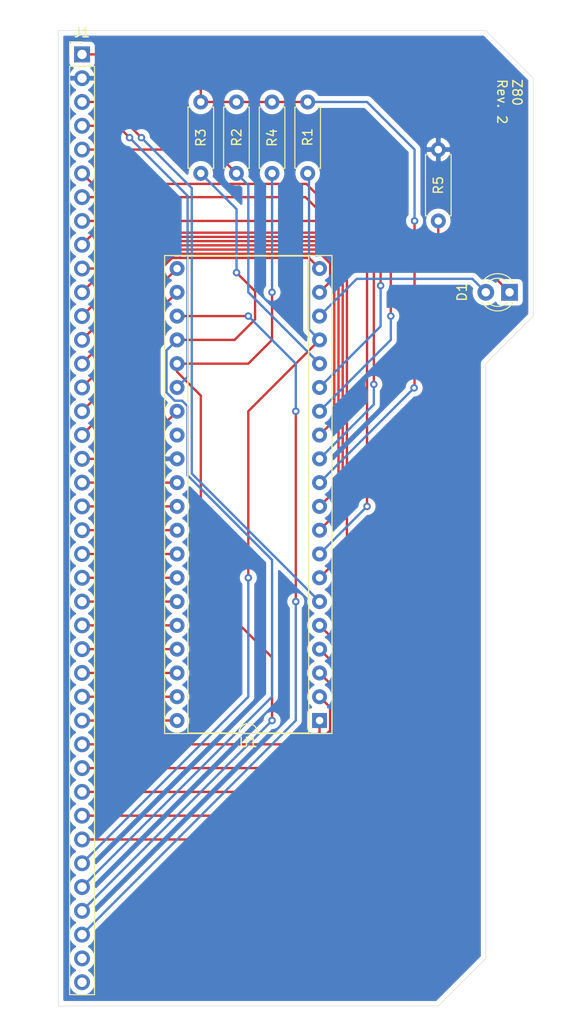
<source format=kicad_pcb>
(kicad_pcb (version 20171130) (host pcbnew 5.1.6-c6e7f7d~87~ubuntu18.04.1)

  (general
    (thickness 1.6)
    (drawings 16)
    (tracks 185)
    (zones 0)
    (modules 8)
    (nets 44)
  )

  (page A4)
  (layers
    (0 F.Cu signal)
    (31 B.Cu signal)
    (32 B.Adhes user)
    (33 F.Adhes user)
    (34 B.Paste user)
    (35 F.Paste user)
    (36 B.SilkS user)
    (37 F.SilkS user)
    (38 B.Mask user)
    (39 F.Mask user)
    (40 Dwgs.User user)
    (41 Cmts.User user)
    (42 Eco1.User user)
    (43 Eco2.User user)
    (44 Edge.Cuts user)
    (45 Margin user)
    (46 B.CrtYd user)
    (47 F.CrtYd user)
    (48 B.Fab user)
    (49 F.Fab user)
  )

  (setup
    (last_trace_width 0.25)
    (trace_clearance 0.2)
    (zone_clearance 0.508)
    (zone_45_only no)
    (trace_min 0.2)
    (via_size 0.8)
    (via_drill 0.4)
    (via_min_size 0.4)
    (via_min_drill 0.3)
    (uvia_size 0.3)
    (uvia_drill 0.1)
    (uvias_allowed no)
    (uvia_min_size 0.2)
    (uvia_min_drill 0.1)
    (edge_width 0.05)
    (segment_width 0.2)
    (pcb_text_width 0.3)
    (pcb_text_size 1.5 1.5)
    (mod_edge_width 0.12)
    (mod_text_size 1 1)
    (mod_text_width 0.15)
    (pad_size 1.524 1.524)
    (pad_drill 0.762)
    (pad_to_mask_clearance 0.05)
    (aux_axis_origin 0 0)
    (visible_elements FFFFFF7F)
    (pcbplotparams
      (layerselection 0x010fc_ffffffff)
      (usegerberextensions false)
      (usegerberattributes true)
      (usegerberadvancedattributes true)
      (creategerberjobfile true)
      (excludeedgelayer true)
      (linewidth 0.100000)
      (plotframeref false)
      (viasonmask false)
      (mode 1)
      (useauxorigin false)
      (hpglpennumber 1)
      (hpglpenspeed 20)
      (hpglpendiameter 15.000000)
      (psnegative false)
      (psa4output false)
      (plotreference true)
      (plotvalue true)
      (plotinvisibletext false)
      (padsonsilk false)
      (subtractmaskfromsilk false)
      (outputformat 1)
      (mirror false)
      (drillshape 0)
      (scaleselection 1)
      (outputdirectory ""))
  )

  (net 0 "")
  (net 1 GND)
  (net 2 +5V)
  (net 3 "Net-(D1-Pad2)")
  (net 4 "Net-(D1-Pad1)")
  (net 5 "Net-(J1-Pad40)")
  (net 6 "Net-(J1-Pad39)")
  (net 7 BUSACK)
  (net 8 BUSREQ)
  (net 9 WAIT)
  (net 10 NMI)
  (net 11 A15)
  (net 12 A14)
  (net 13 A13)
  (net 14 A12)
  (net 15 A11)
  (net 16 A10)
  (net 17 A9)
  (net 18 A8)
  (net 19 A7)
  (net 20 A6)
  (net 21 A5)
  (net 22 A4)
  (net 23 A3)
  (net 24 A2)
  (net 25 A1)
  (net 26 A0)
  (net 27 M1)
  (net 28 WR)
  (net 29 RD)
  (net 30 IORQ)
  (net 31 MREQ)
  (net 32 D7)
  (net 33 D6)
  (net 34 D5)
  (net 35 D4)
  (net 36 D3)
  (net 37 D2)
  (net 38 D1)
  (net 39 D0)
  (net 40 INT)
  (net 41 RESET)
  (net 42 CLK)
  (net 43 "Net-(U1-Pad28)")

  (net_class Default "This is the default net class."
    (clearance 0.2)
    (trace_width 0.25)
    (via_dia 0.8)
    (via_drill 0.4)
    (uvia_dia 0.3)
    (uvia_drill 0.1)
    (add_net +5V)
    (add_net A0)
    (add_net A1)
    (add_net A10)
    (add_net A11)
    (add_net A12)
    (add_net A13)
    (add_net A14)
    (add_net A15)
    (add_net A2)
    (add_net A3)
    (add_net A4)
    (add_net A5)
    (add_net A6)
    (add_net A7)
    (add_net A8)
    (add_net A9)
    (add_net BUSACK)
    (add_net BUSREQ)
    (add_net CLK)
    (add_net D0)
    (add_net D1)
    (add_net D2)
    (add_net D3)
    (add_net D4)
    (add_net D5)
    (add_net D6)
    (add_net D7)
    (add_net GND)
    (add_net INT)
    (add_net IORQ)
    (add_net M1)
    (add_net MREQ)
    (add_net NMI)
    (add_net "Net-(D1-Pad1)")
    (add_net "Net-(D1-Pad2)")
    (add_net "Net-(J1-Pad39)")
    (add_net "Net-(J1-Pad40)")
    (add_net "Net-(U1-Pad28)")
    (add_net RD)
    (add_net RESET)
    (add_net WAIT)
    (add_net WR)
  )

  (module Package_DIP:DIP-40_W15.24mm_Socket (layer F.Cu) (tedit 5A02E8C5) (tstamp 5F0536D4)
    (at 104.14 101.6 180)
    (descr "40-lead though-hole mounted DIP package, row spacing 15.24 mm (600 mils), Socket")
    (tags "THT DIP DIL PDIP 2.54mm 15.24mm 600mil Socket")
    (path /5F056CC6)
    (fp_text reference U1 (at 7.62 -2.33) (layer F.SilkS)
      (effects (font (size 1 1) (thickness 0.15)))
    )
    (fp_text value Z80CPU (at 7.62 50.59) (layer F.Fab)
      (effects (font (size 1 1) (thickness 0.15)))
    )
    (fp_line (start 1.255 -1.27) (end 14.985 -1.27) (layer F.Fab) (width 0.1))
    (fp_line (start 14.985 -1.27) (end 14.985 49.53) (layer F.Fab) (width 0.1))
    (fp_line (start 14.985 49.53) (end 0.255 49.53) (layer F.Fab) (width 0.1))
    (fp_line (start 0.255 49.53) (end 0.255 -0.27) (layer F.Fab) (width 0.1))
    (fp_line (start 0.255 -0.27) (end 1.255 -1.27) (layer F.Fab) (width 0.1))
    (fp_line (start -1.27 -1.33) (end -1.27 49.59) (layer F.Fab) (width 0.1))
    (fp_line (start -1.27 49.59) (end 16.51 49.59) (layer F.Fab) (width 0.1))
    (fp_line (start 16.51 49.59) (end 16.51 -1.33) (layer F.Fab) (width 0.1))
    (fp_line (start 16.51 -1.33) (end -1.27 -1.33) (layer F.Fab) (width 0.1))
    (fp_line (start 6.62 -1.33) (end 1.16 -1.33) (layer F.SilkS) (width 0.12))
    (fp_line (start 1.16 -1.33) (end 1.16 49.59) (layer F.SilkS) (width 0.12))
    (fp_line (start 1.16 49.59) (end 14.08 49.59) (layer F.SilkS) (width 0.12))
    (fp_line (start 14.08 49.59) (end 14.08 -1.33) (layer F.SilkS) (width 0.12))
    (fp_line (start 14.08 -1.33) (end 8.62 -1.33) (layer F.SilkS) (width 0.12))
    (fp_line (start -1.33 -1.39) (end -1.33 49.65) (layer F.SilkS) (width 0.12))
    (fp_line (start -1.33 49.65) (end 16.57 49.65) (layer F.SilkS) (width 0.12))
    (fp_line (start 16.57 49.65) (end 16.57 -1.39) (layer F.SilkS) (width 0.12))
    (fp_line (start 16.57 -1.39) (end -1.33 -1.39) (layer F.SilkS) (width 0.12))
    (fp_line (start -1.55 -1.6) (end -1.55 49.85) (layer F.CrtYd) (width 0.05))
    (fp_line (start -1.55 49.85) (end 16.8 49.85) (layer F.CrtYd) (width 0.05))
    (fp_line (start 16.8 49.85) (end 16.8 -1.6) (layer F.CrtYd) (width 0.05))
    (fp_line (start 16.8 -1.6) (end -1.55 -1.6) (layer F.CrtYd) (width 0.05))
    (fp_text user %R (at 7.62 24.13) (layer F.Fab)
      (effects (font (size 1 1) (thickness 0.15)))
    )
    (fp_arc (start 7.62 -1.33) (end 6.62 -1.33) (angle -180) (layer F.SilkS) (width 0.12))
    (pad 40 thru_hole oval (at 15.24 0 180) (size 1.6 1.6) (drill 0.8) (layers *.Cu *.Mask)
      (net 16 A10))
    (pad 20 thru_hole oval (at 0 48.26 180) (size 1.6 1.6) (drill 0.8) (layers *.Cu *.Mask)
      (net 30 IORQ))
    (pad 39 thru_hole oval (at 15.24 2.54 180) (size 1.6 1.6) (drill 0.8) (layers *.Cu *.Mask)
      (net 17 A9))
    (pad 19 thru_hole oval (at 0 45.72 180) (size 1.6 1.6) (drill 0.8) (layers *.Cu *.Mask)
      (net 31 MREQ))
    (pad 38 thru_hole oval (at 15.24 5.08 180) (size 1.6 1.6) (drill 0.8) (layers *.Cu *.Mask)
      (net 18 A8))
    (pad 18 thru_hole oval (at 0 43.18 180) (size 1.6 1.6) (drill 0.8) (layers *.Cu *.Mask)
      (net 3 "Net-(D1-Pad2)"))
    (pad 37 thru_hole oval (at 15.24 7.62 180) (size 1.6 1.6) (drill 0.8) (layers *.Cu *.Mask)
      (net 19 A7))
    (pad 17 thru_hole oval (at 0 40.64 180) (size 1.6 1.6) (drill 0.8) (layers *.Cu *.Mask)
      (net 10 NMI))
    (pad 36 thru_hole oval (at 15.24 10.16 180) (size 1.6 1.6) (drill 0.8) (layers *.Cu *.Mask)
      (net 20 A6))
    (pad 16 thru_hole oval (at 0 38.1 180) (size 1.6 1.6) (drill 0.8) (layers *.Cu *.Mask)
      (net 40 INT))
    (pad 35 thru_hole oval (at 15.24 12.7 180) (size 1.6 1.6) (drill 0.8) (layers *.Cu *.Mask)
      (net 21 A5))
    (pad 15 thru_hole oval (at 0 35.56 180) (size 1.6 1.6) (drill 0.8) (layers *.Cu *.Mask)
      (net 38 D1))
    (pad 34 thru_hole oval (at 15.24 15.24 180) (size 1.6 1.6) (drill 0.8) (layers *.Cu *.Mask)
      (net 22 A4))
    (pad 14 thru_hole oval (at 0 33.02 180) (size 1.6 1.6) (drill 0.8) (layers *.Cu *.Mask)
      (net 39 D0))
    (pad 33 thru_hole oval (at 15.24 17.78 180) (size 1.6 1.6) (drill 0.8) (layers *.Cu *.Mask)
      (net 23 A3))
    (pad 13 thru_hole oval (at 0 30.48 180) (size 1.6 1.6) (drill 0.8) (layers *.Cu *.Mask)
      (net 32 D7))
    (pad 32 thru_hole oval (at 15.24 20.32 180) (size 1.6 1.6) (drill 0.8) (layers *.Cu *.Mask)
      (net 24 A2))
    (pad 12 thru_hole oval (at 0 27.94 180) (size 1.6 1.6) (drill 0.8) (layers *.Cu *.Mask)
      (net 37 D2))
    (pad 31 thru_hole oval (at 15.24 22.86 180) (size 1.6 1.6) (drill 0.8) (layers *.Cu *.Mask)
      (net 25 A1))
    (pad 11 thru_hole oval (at 0 25.4 180) (size 1.6 1.6) (drill 0.8) (layers *.Cu *.Mask)
      (net 2 +5V))
    (pad 30 thru_hole oval (at 15.24 25.4 180) (size 1.6 1.6) (drill 0.8) (layers *.Cu *.Mask)
      (net 26 A0))
    (pad 10 thru_hole oval (at 0 22.86 180) (size 1.6 1.6) (drill 0.8) (layers *.Cu *.Mask)
      (net 33 D6))
    (pad 29 thru_hole oval (at 15.24 27.94 180) (size 1.6 1.6) (drill 0.8) (layers *.Cu *.Mask)
      (net 1 GND))
    (pad 9 thru_hole oval (at 0 20.32 180) (size 1.6 1.6) (drill 0.8) (layers *.Cu *.Mask)
      (net 34 D5))
    (pad 28 thru_hole oval (at 15.24 30.48 180) (size 1.6 1.6) (drill 0.8) (layers *.Cu *.Mask)
      (net 43 "Net-(U1-Pad28)"))
    (pad 8 thru_hole oval (at 0 17.78 180) (size 1.6 1.6) (drill 0.8) (layers *.Cu *.Mask)
      (net 36 D3))
    (pad 27 thru_hole oval (at 15.24 33.02 180) (size 1.6 1.6) (drill 0.8) (layers *.Cu *.Mask)
      (net 27 M1))
    (pad 7 thru_hole oval (at 0 15.24 180) (size 1.6 1.6) (drill 0.8) (layers *.Cu *.Mask)
      (net 35 D4))
    (pad 26 thru_hole oval (at 15.24 35.56 180) (size 1.6 1.6) (drill 0.8) (layers *.Cu *.Mask)
      (net 41 RESET))
    (pad 6 thru_hole oval (at 0 12.7 180) (size 1.6 1.6) (drill 0.8) (layers *.Cu *.Mask)
      (net 42 CLK))
    (pad 25 thru_hole oval (at 15.24 38.1 180) (size 1.6 1.6) (drill 0.8) (layers *.Cu *.Mask)
      (net 8 BUSREQ))
    (pad 5 thru_hole oval (at 0 10.16 180) (size 1.6 1.6) (drill 0.8) (layers *.Cu *.Mask)
      (net 11 A15))
    (pad 24 thru_hole oval (at 15.24 40.64 180) (size 1.6 1.6) (drill 0.8) (layers *.Cu *.Mask)
      (net 9 WAIT))
    (pad 4 thru_hole oval (at 0 7.62 180) (size 1.6 1.6) (drill 0.8) (layers *.Cu *.Mask)
      (net 12 A14))
    (pad 23 thru_hole oval (at 15.24 43.18 180) (size 1.6 1.6) (drill 0.8) (layers *.Cu *.Mask)
      (net 7 BUSACK))
    (pad 3 thru_hole oval (at 0 5.08 180) (size 1.6 1.6) (drill 0.8) (layers *.Cu *.Mask)
      (net 13 A13))
    (pad 22 thru_hole oval (at 15.24 45.72 180) (size 1.6 1.6) (drill 0.8) (layers *.Cu *.Mask)
      (net 28 WR))
    (pad 2 thru_hole oval (at 0 2.54 180) (size 1.6 1.6) (drill 0.8) (layers *.Cu *.Mask)
      (net 14 A12))
    (pad 21 thru_hole oval (at 15.24 48.26 180) (size 1.6 1.6) (drill 0.8) (layers *.Cu *.Mask)
      (net 29 RD))
    (pad 1 thru_hole rect (at 0 0 180) (size 1.6 1.6) (drill 0.8) (layers *.Cu *.Mask)
      (net 15 A11))
    (model ${KISYS3DMOD}/Package_DIP.3dshapes/DIP-40_W15.24mm_Socket.wrl
      (at (xyz 0 0 0))
      (scale (xyz 1 1 1))
      (rotate (xyz 0 0 0))
    )
  )

  (module Resistor_THT:R_Axial_DIN0207_L6.3mm_D2.5mm_P7.62mm_Horizontal (layer F.Cu) (tedit 5AE5139B) (tstamp 5F053690)
    (at 116.84 48.26 90)
    (descr "Resistor, Axial_DIN0207 series, Axial, Horizontal, pin pitch=7.62mm, 0.25W = 1/4W, length*diameter=6.3*2.5mm^2, http://cdn-reichelt.de/documents/datenblatt/B400/1_4W%23YAG.pdf")
    (tags "Resistor Axial_DIN0207 series Axial Horizontal pin pitch 7.62mm 0.25W = 1/4W length 6.3mm diameter 2.5mm")
    (path /5F0FEBED)
    (fp_text reference R5 (at 3.81 0 90) (layer F.SilkS)
      (effects (font (size 1 1) (thickness 0.15)))
    )
    (fp_text value 470 (at 3.81 2.37 90) (layer F.Fab)
      (effects (font (size 1 1) (thickness 0.15)))
    )
    (fp_line (start 0.66 -1.25) (end 0.66 1.25) (layer F.Fab) (width 0.1))
    (fp_line (start 0.66 1.25) (end 6.96 1.25) (layer F.Fab) (width 0.1))
    (fp_line (start 6.96 1.25) (end 6.96 -1.25) (layer F.Fab) (width 0.1))
    (fp_line (start 6.96 -1.25) (end 0.66 -1.25) (layer F.Fab) (width 0.1))
    (fp_line (start 0 0) (end 0.66 0) (layer F.Fab) (width 0.1))
    (fp_line (start 7.62 0) (end 6.96 0) (layer F.Fab) (width 0.1))
    (fp_line (start 0.54 -1.04) (end 0.54 -1.37) (layer F.SilkS) (width 0.12))
    (fp_line (start 0.54 -1.37) (end 7.08 -1.37) (layer F.SilkS) (width 0.12))
    (fp_line (start 7.08 -1.37) (end 7.08 -1.04) (layer F.SilkS) (width 0.12))
    (fp_line (start 0.54 1.04) (end 0.54 1.37) (layer F.SilkS) (width 0.12))
    (fp_line (start 0.54 1.37) (end 7.08 1.37) (layer F.SilkS) (width 0.12))
    (fp_line (start 7.08 1.37) (end 7.08 1.04) (layer F.SilkS) (width 0.12))
    (fp_line (start -1.05 -1.5) (end -1.05 1.5) (layer F.CrtYd) (width 0.05))
    (fp_line (start -1.05 1.5) (end 8.67 1.5) (layer F.CrtYd) (width 0.05))
    (fp_line (start 8.67 1.5) (end 8.67 -1.5) (layer F.CrtYd) (width 0.05))
    (fp_line (start 8.67 -1.5) (end -1.05 -1.5) (layer F.CrtYd) (width 0.05))
    (fp_text user %R (at 3.81 0 90) (layer F.Fab)
      (effects (font (size 1 1) (thickness 0.15)))
    )
    (pad 2 thru_hole oval (at 7.62 0 90) (size 1.6 1.6) (drill 0.8) (layers *.Cu *.Mask)
      (net 1 GND))
    (pad 1 thru_hole circle (at 0 0 90) (size 1.6 1.6) (drill 0.8) (layers *.Cu *.Mask)
      (net 4 "Net-(D1-Pad1)"))
    (model ${KISYS3DMOD}/Resistor_THT.3dshapes/R_Axial_DIN0207_L6.3mm_D2.5mm_P7.62mm_Horizontal.wrl
      (at (xyz 0 0 0))
      (scale (xyz 1 1 1))
      (rotate (xyz 0 0 0))
    )
  )

  (module Resistor_THT:R_Axial_DIN0207_L6.3mm_D2.5mm_P7.62mm_Horizontal (layer F.Cu) (tedit 5AE5139B) (tstamp 5F053679)
    (at 99.06 35.56 270)
    (descr "Resistor, Axial_DIN0207 series, Axial, Horizontal, pin pitch=7.62mm, 0.25W = 1/4W, length*diameter=6.3*2.5mm^2, http://cdn-reichelt.de/documents/datenblatt/B400/1_4W%23YAG.pdf")
    (tags "Resistor Axial_DIN0207 series Axial Horizontal pin pitch 7.62mm 0.25W = 1/4W length 6.3mm diameter 2.5mm")
    (path /5F0B97F8)
    (fp_text reference R4 (at 3.81 0 90) (layer F.SilkS)
      (effects (font (size 1 1) (thickness 0.15)))
    )
    (fp_text value 10k (at 3.81 2.37 90) (layer F.Fab)
      (effects (font (size 1 1) (thickness 0.15)))
    )
    (fp_line (start 0.66 -1.25) (end 0.66 1.25) (layer F.Fab) (width 0.1))
    (fp_line (start 0.66 1.25) (end 6.96 1.25) (layer F.Fab) (width 0.1))
    (fp_line (start 6.96 1.25) (end 6.96 -1.25) (layer F.Fab) (width 0.1))
    (fp_line (start 6.96 -1.25) (end 0.66 -1.25) (layer F.Fab) (width 0.1))
    (fp_line (start 0 0) (end 0.66 0) (layer F.Fab) (width 0.1))
    (fp_line (start 7.62 0) (end 6.96 0) (layer F.Fab) (width 0.1))
    (fp_line (start 0.54 -1.04) (end 0.54 -1.37) (layer F.SilkS) (width 0.12))
    (fp_line (start 0.54 -1.37) (end 7.08 -1.37) (layer F.SilkS) (width 0.12))
    (fp_line (start 7.08 -1.37) (end 7.08 -1.04) (layer F.SilkS) (width 0.12))
    (fp_line (start 0.54 1.04) (end 0.54 1.37) (layer F.SilkS) (width 0.12))
    (fp_line (start 0.54 1.37) (end 7.08 1.37) (layer F.SilkS) (width 0.12))
    (fp_line (start 7.08 1.37) (end 7.08 1.04) (layer F.SilkS) (width 0.12))
    (fp_line (start -1.05 -1.5) (end -1.05 1.5) (layer F.CrtYd) (width 0.05))
    (fp_line (start -1.05 1.5) (end 8.67 1.5) (layer F.CrtYd) (width 0.05))
    (fp_line (start 8.67 1.5) (end 8.67 -1.5) (layer F.CrtYd) (width 0.05))
    (fp_line (start 8.67 -1.5) (end -1.05 -1.5) (layer F.CrtYd) (width 0.05))
    (fp_text user %R (at 3.81 0 90) (layer F.Fab)
      (effects (font (size 1 1) (thickness 0.15)))
    )
    (pad 2 thru_hole oval (at 7.62 0 270) (size 1.6 1.6) (drill 0.8) (layers *.Cu *.Mask)
      (net 8 BUSREQ))
    (pad 1 thru_hole circle (at 0 0 270) (size 1.6 1.6) (drill 0.8) (layers *.Cu *.Mask)
      (net 2 +5V))
    (model ${KISYS3DMOD}/Resistor_THT.3dshapes/R_Axial_DIN0207_L6.3mm_D2.5mm_P7.62mm_Horizontal.wrl
      (at (xyz 0 0 0))
      (scale (xyz 1 1 1))
      (rotate (xyz 0 0 0))
    )
  )

  (module Resistor_THT:R_Axial_DIN0207_L6.3mm_D2.5mm_P7.62mm_Horizontal (layer F.Cu) (tedit 5AE5139B) (tstamp 5F053662)
    (at 91.44 35.56 270)
    (descr "Resistor, Axial_DIN0207 series, Axial, Horizontal, pin pitch=7.62mm, 0.25W = 1/4W, length*diameter=6.3*2.5mm^2, http://cdn-reichelt.de/documents/datenblatt/B400/1_4W%23YAG.pdf")
    (tags "Resistor Axial_DIN0207 series Axial Horizontal pin pitch 7.62mm 0.25W = 1/4W length 6.3mm diameter 2.5mm")
    (path /5F0B9349)
    (fp_text reference R3 (at 3.81 0 90) (layer F.SilkS)
      (effects (font (size 1 1) (thickness 0.15)))
    )
    (fp_text value 10k (at 3.81 2.37 90) (layer F.Fab)
      (effects (font (size 1 1) (thickness 0.15)))
    )
    (fp_line (start 0.66 -1.25) (end 0.66 1.25) (layer F.Fab) (width 0.1))
    (fp_line (start 0.66 1.25) (end 6.96 1.25) (layer F.Fab) (width 0.1))
    (fp_line (start 6.96 1.25) (end 6.96 -1.25) (layer F.Fab) (width 0.1))
    (fp_line (start 6.96 -1.25) (end 0.66 -1.25) (layer F.Fab) (width 0.1))
    (fp_line (start 0 0) (end 0.66 0) (layer F.Fab) (width 0.1))
    (fp_line (start 7.62 0) (end 6.96 0) (layer F.Fab) (width 0.1))
    (fp_line (start 0.54 -1.04) (end 0.54 -1.37) (layer F.SilkS) (width 0.12))
    (fp_line (start 0.54 -1.37) (end 7.08 -1.37) (layer F.SilkS) (width 0.12))
    (fp_line (start 7.08 -1.37) (end 7.08 -1.04) (layer F.SilkS) (width 0.12))
    (fp_line (start 0.54 1.04) (end 0.54 1.37) (layer F.SilkS) (width 0.12))
    (fp_line (start 0.54 1.37) (end 7.08 1.37) (layer F.SilkS) (width 0.12))
    (fp_line (start 7.08 1.37) (end 7.08 1.04) (layer F.SilkS) (width 0.12))
    (fp_line (start -1.05 -1.5) (end -1.05 1.5) (layer F.CrtYd) (width 0.05))
    (fp_line (start -1.05 1.5) (end 8.67 1.5) (layer F.CrtYd) (width 0.05))
    (fp_line (start 8.67 1.5) (end 8.67 -1.5) (layer F.CrtYd) (width 0.05))
    (fp_line (start 8.67 -1.5) (end -1.05 -1.5) (layer F.CrtYd) (width 0.05))
    (fp_text user %R (at 3.81 0 90) (layer F.Fab)
      (effects (font (size 1 1) (thickness 0.15)))
    )
    (pad 2 thru_hole oval (at 7.62 0 270) (size 1.6 1.6) (drill 0.8) (layers *.Cu *.Mask)
      (net 9 WAIT))
    (pad 1 thru_hole circle (at 0 0 270) (size 1.6 1.6) (drill 0.8) (layers *.Cu *.Mask)
      (net 2 +5V))
    (model ${KISYS3DMOD}/Resistor_THT.3dshapes/R_Axial_DIN0207_L6.3mm_D2.5mm_P7.62mm_Horizontal.wrl
      (at (xyz 0 0 0))
      (scale (xyz 1 1 1))
      (rotate (xyz 0 0 0))
    )
  )

  (module Resistor_THT:R_Axial_DIN0207_L6.3mm_D2.5mm_P7.62mm_Horizontal (layer F.Cu) (tedit 5AE5139B) (tstamp 5F05364B)
    (at 95.25 35.56 270)
    (descr "Resistor, Axial_DIN0207 series, Axial, Horizontal, pin pitch=7.62mm, 0.25W = 1/4W, length*diameter=6.3*2.5mm^2, http://cdn-reichelt.de/documents/datenblatt/B400/1_4W%23YAG.pdf")
    (tags "Resistor Axial_DIN0207 series Axial Horizontal pin pitch 7.62mm 0.25W = 1/4W length 6.3mm diameter 2.5mm")
    (path /5F0B8A0F)
    (fp_text reference R2 (at 3.784286 -0.027689 90) (layer F.SilkS)
      (effects (font (size 1 1) (thickness 0.15)))
    )
    (fp_text value 10k (at 3.81 2.37 90) (layer F.Fab)
      (effects (font (size 1 1) (thickness 0.15)))
    )
    (fp_line (start 0.66 -1.25) (end 0.66 1.25) (layer F.Fab) (width 0.1))
    (fp_line (start 0.66 1.25) (end 6.96 1.25) (layer F.Fab) (width 0.1))
    (fp_line (start 6.96 1.25) (end 6.96 -1.25) (layer F.Fab) (width 0.1))
    (fp_line (start 6.96 -1.25) (end 0.66 -1.25) (layer F.Fab) (width 0.1))
    (fp_line (start 0 0) (end 0.66 0) (layer F.Fab) (width 0.1))
    (fp_line (start 7.62 0) (end 6.96 0) (layer F.Fab) (width 0.1))
    (fp_line (start 0.54 -1.04) (end 0.54 -1.37) (layer F.SilkS) (width 0.12))
    (fp_line (start 0.54 -1.37) (end 7.08 -1.37) (layer F.SilkS) (width 0.12))
    (fp_line (start 7.08 -1.37) (end 7.08 -1.04) (layer F.SilkS) (width 0.12))
    (fp_line (start 0.54 1.04) (end 0.54 1.37) (layer F.SilkS) (width 0.12))
    (fp_line (start 0.54 1.37) (end 7.08 1.37) (layer F.SilkS) (width 0.12))
    (fp_line (start 7.08 1.37) (end 7.08 1.04) (layer F.SilkS) (width 0.12))
    (fp_line (start -1.05 -1.5) (end -1.05 1.5) (layer F.CrtYd) (width 0.05))
    (fp_line (start -1.05 1.5) (end 8.67 1.5) (layer F.CrtYd) (width 0.05))
    (fp_line (start 8.67 1.5) (end 8.67 -1.5) (layer F.CrtYd) (width 0.05))
    (fp_line (start 8.67 -1.5) (end -1.05 -1.5) (layer F.CrtYd) (width 0.05))
    (fp_text user %R (at 3.81 0 90) (layer F.Fab)
      (effects (font (size 1 1) (thickness 0.15)))
    )
    (pad 2 thru_hole oval (at 7.62 0 270) (size 1.6 1.6) (drill 0.8) (layers *.Cu *.Mask)
      (net 40 INT))
    (pad 1 thru_hole circle (at 0 0 270) (size 1.6 1.6) (drill 0.8) (layers *.Cu *.Mask)
      (net 2 +5V))
    (model ${KISYS3DMOD}/Resistor_THT.3dshapes/R_Axial_DIN0207_L6.3mm_D2.5mm_P7.62mm_Horizontal.wrl
      (at (xyz 0 0 0))
      (scale (xyz 1 1 1))
      (rotate (xyz 0 0 0))
    )
  )

  (module Resistor_THT:R_Axial_DIN0207_L6.3mm_D2.5mm_P7.62mm_Horizontal (layer F.Cu) (tedit 5AE5139B) (tstamp 5F053634)
    (at 102.87 35.56 270)
    (descr "Resistor, Axial_DIN0207 series, Axial, Horizontal, pin pitch=7.62mm, 0.25W = 1/4W, length*diameter=6.3*2.5mm^2, http://cdn-reichelt.de/documents/datenblatt/B400/1_4W%23YAG.pdf")
    (tags "Resistor Axial_DIN0207 series Axial Horizontal pin pitch 7.62mm 0.25W = 1/4W length 6.3mm diameter 2.5mm")
    (path /5F0B81F7)
    (fp_text reference R1 (at 3.756376 0.005343 90) (layer F.SilkS)
      (effects (font (size 1 1) (thickness 0.15)))
    )
    (fp_text value 10k (at 3.81 2.37 90) (layer F.Fab)
      (effects (font (size 1 1) (thickness 0.15)))
    )
    (fp_line (start 0.66 -1.25) (end 0.66 1.25) (layer F.Fab) (width 0.1))
    (fp_line (start 0.66 1.25) (end 6.96 1.25) (layer F.Fab) (width 0.1))
    (fp_line (start 6.96 1.25) (end 6.96 -1.25) (layer F.Fab) (width 0.1))
    (fp_line (start 6.96 -1.25) (end 0.66 -1.25) (layer F.Fab) (width 0.1))
    (fp_line (start 0 0) (end 0.66 0) (layer F.Fab) (width 0.1))
    (fp_line (start 7.62 0) (end 6.96 0) (layer F.Fab) (width 0.1))
    (fp_line (start 0.54 -1.04) (end 0.54 -1.37) (layer F.SilkS) (width 0.12))
    (fp_line (start 0.54 -1.37) (end 7.08 -1.37) (layer F.SilkS) (width 0.12))
    (fp_line (start 7.08 -1.37) (end 7.08 -1.04) (layer F.SilkS) (width 0.12))
    (fp_line (start 0.54 1.04) (end 0.54 1.37) (layer F.SilkS) (width 0.12))
    (fp_line (start 0.54 1.37) (end 7.08 1.37) (layer F.SilkS) (width 0.12))
    (fp_line (start 7.08 1.37) (end 7.08 1.04) (layer F.SilkS) (width 0.12))
    (fp_line (start -1.05 -1.5) (end -1.05 1.5) (layer F.CrtYd) (width 0.05))
    (fp_line (start -1.05 1.5) (end 8.67 1.5) (layer F.CrtYd) (width 0.05))
    (fp_line (start 8.67 1.5) (end 8.67 -1.5) (layer F.CrtYd) (width 0.05))
    (fp_line (start 8.67 -1.5) (end -1.05 -1.5) (layer F.CrtYd) (width 0.05))
    (fp_text user %R (at 3.81 0 90) (layer F.Fab)
      (effects (font (size 1 1) (thickness 0.15)))
    )
    (pad 2 thru_hole oval (at 7.62 0 270) (size 1.6 1.6) (drill 0.8) (layers *.Cu *.Mask)
      (net 10 NMI))
    (pad 1 thru_hole circle (at 0 0 270) (size 1.6 1.6) (drill 0.8) (layers *.Cu *.Mask)
      (net 2 +5V))
    (model ${KISYS3DMOD}/Resistor_THT.3dshapes/R_Axial_DIN0207_L6.3mm_D2.5mm_P7.62mm_Horizontal.wrl
      (at (xyz 0 0 0))
      (scale (xyz 1 1 1))
      (rotate (xyz 0 0 0))
    )
  )

  (module Connector_PinHeader_2.54mm:PinHeader_1x40_P2.54mm_Vertical (layer F.Cu) (tedit 59FED5CC) (tstamp 5F05361D)
    (at 78.74 30.48)
    (descr "Through hole straight pin header, 1x40, 2.54mm pitch, single row")
    (tags "Through hole pin header THT 1x40 2.54mm single row")
    (path /5F055858)
    (fp_text reference J1 (at 0 -2.33) (layer F.SilkS)
      (effects (font (size 1 1) (thickness 0.15)))
    )
    (fp_text value Bus_Wide (at 0 101.39) (layer F.Fab)
      (effects (font (size 1 1) (thickness 0.15)))
    )
    (fp_line (start -0.635 -1.27) (end 1.27 -1.27) (layer F.Fab) (width 0.1))
    (fp_line (start 1.27 -1.27) (end 1.27 100.33) (layer F.Fab) (width 0.1))
    (fp_line (start 1.27 100.33) (end -1.27 100.33) (layer F.Fab) (width 0.1))
    (fp_line (start -1.27 100.33) (end -1.27 -0.635) (layer F.Fab) (width 0.1))
    (fp_line (start -1.27 -0.635) (end -0.635 -1.27) (layer F.Fab) (width 0.1))
    (fp_line (start -1.33 100.39) (end 1.33 100.39) (layer F.SilkS) (width 0.12))
    (fp_line (start -1.33 1.27) (end -1.33 100.39) (layer F.SilkS) (width 0.12))
    (fp_line (start 1.33 1.27) (end 1.33 100.39) (layer F.SilkS) (width 0.12))
    (fp_line (start -1.33 1.27) (end 1.33 1.27) (layer F.SilkS) (width 0.12))
    (fp_line (start -1.33 0) (end -1.33 -1.33) (layer F.SilkS) (width 0.12))
    (fp_line (start -1.33 -1.33) (end 0 -1.33) (layer F.SilkS) (width 0.12))
    (fp_line (start -1.8 -1.8) (end -1.8 100.85) (layer F.CrtYd) (width 0.05))
    (fp_line (start -1.8 100.85) (end 1.8 100.85) (layer F.CrtYd) (width 0.05))
    (fp_line (start 1.8 100.85) (end 1.8 -1.8) (layer F.CrtYd) (width 0.05))
    (fp_line (start 1.8 -1.8) (end -1.8 -1.8) (layer F.CrtYd) (width 0.05))
    (fp_text user %R (at 0 49.53 90) (layer F.Fab)
      (effects (font (size 1 1) (thickness 0.15)))
    )
    (pad 40 thru_hole oval (at 0 99.06) (size 1.7 1.7) (drill 1) (layers *.Cu *.Mask)
      (net 5 "Net-(J1-Pad40)"))
    (pad 39 thru_hole oval (at 0 96.52) (size 1.7 1.7) (drill 1) (layers *.Cu *.Mask)
      (net 6 "Net-(J1-Pad39)"))
    (pad 38 thru_hole oval (at 0 93.98) (size 1.7 1.7) (drill 1) (layers *.Cu *.Mask)
      (net 7 BUSACK))
    (pad 37 thru_hole oval (at 0 91.44) (size 1.7 1.7) (drill 1) (layers *.Cu *.Mask)
      (net 8 BUSREQ))
    (pad 36 thru_hole oval (at 0 88.9) (size 1.7 1.7) (drill 1) (layers *.Cu *.Mask)
      (net 9 WAIT))
    (pad 35 thru_hole oval (at 0 86.36) (size 1.7 1.7) (drill 1) (layers *.Cu *.Mask)
      (net 10 NMI))
    (pad 34 thru_hole oval (at 0 83.82) (size 1.7 1.7) (drill 1) (layers *.Cu *.Mask)
      (net 11 A15))
    (pad 33 thru_hole oval (at 0 81.28) (size 1.7 1.7) (drill 1) (layers *.Cu *.Mask)
      (net 12 A14))
    (pad 32 thru_hole oval (at 0 78.74) (size 1.7 1.7) (drill 1) (layers *.Cu *.Mask)
      (net 13 A13))
    (pad 31 thru_hole oval (at 0 76.2) (size 1.7 1.7) (drill 1) (layers *.Cu *.Mask)
      (net 14 A12))
    (pad 30 thru_hole oval (at 0 73.66) (size 1.7 1.7) (drill 1) (layers *.Cu *.Mask)
      (net 15 A11))
    (pad 29 thru_hole oval (at 0 71.12) (size 1.7 1.7) (drill 1) (layers *.Cu *.Mask)
      (net 16 A10))
    (pad 28 thru_hole oval (at 0 68.58) (size 1.7 1.7) (drill 1) (layers *.Cu *.Mask)
      (net 17 A9))
    (pad 27 thru_hole oval (at 0 66.04) (size 1.7 1.7) (drill 1) (layers *.Cu *.Mask)
      (net 18 A8))
    (pad 26 thru_hole oval (at 0 63.5) (size 1.7 1.7) (drill 1) (layers *.Cu *.Mask)
      (net 19 A7))
    (pad 25 thru_hole oval (at 0 60.96) (size 1.7 1.7) (drill 1) (layers *.Cu *.Mask)
      (net 20 A6))
    (pad 24 thru_hole oval (at 0 58.42) (size 1.7 1.7) (drill 1) (layers *.Cu *.Mask)
      (net 21 A5))
    (pad 23 thru_hole oval (at 0 55.88) (size 1.7 1.7) (drill 1) (layers *.Cu *.Mask)
      (net 22 A4))
    (pad 22 thru_hole oval (at 0 53.34) (size 1.7 1.7) (drill 1) (layers *.Cu *.Mask)
      (net 23 A3))
    (pad 21 thru_hole oval (at 0 50.8) (size 1.7 1.7) (drill 1) (layers *.Cu *.Mask)
      (net 24 A2))
    (pad 20 thru_hole oval (at 0 48.26) (size 1.7 1.7) (drill 1) (layers *.Cu *.Mask)
      (net 25 A1))
    (pad 19 thru_hole oval (at 0 45.72) (size 1.7 1.7) (drill 1) (layers *.Cu *.Mask)
      (net 26 A0))
    (pad 18 thru_hole oval (at 0 43.18) (size 1.7 1.7) (drill 1) (layers *.Cu *.Mask)
      (net 27 M1))
    (pad 17 thru_hole oval (at 0 40.64) (size 1.7 1.7) (drill 1) (layers *.Cu *.Mask)
      (net 28 WR))
    (pad 16 thru_hole oval (at 0 38.1) (size 1.7 1.7) (drill 1) (layers *.Cu *.Mask)
      (net 29 RD))
    (pad 15 thru_hole oval (at 0 35.56) (size 1.7 1.7) (drill 1) (layers *.Cu *.Mask)
      (net 30 IORQ))
    (pad 14 thru_hole oval (at 0 33.02) (size 1.7 1.7) (drill 1) (layers *.Cu *.Mask)
      (net 31 MREQ))
    (pad 13 thru_hole oval (at 0 30.48) (size 1.7 1.7) (drill 1) (layers *.Cu *.Mask)
      (net 32 D7))
    (pad 12 thru_hole oval (at 0 27.94) (size 1.7 1.7) (drill 1) (layers *.Cu *.Mask)
      (net 33 D6))
    (pad 11 thru_hole oval (at 0 25.4) (size 1.7 1.7) (drill 1) (layers *.Cu *.Mask)
      (net 34 D5))
    (pad 10 thru_hole oval (at 0 22.86) (size 1.7 1.7) (drill 1) (layers *.Cu *.Mask)
      (net 35 D4))
    (pad 9 thru_hole oval (at 0 20.32) (size 1.7 1.7) (drill 1) (layers *.Cu *.Mask)
      (net 36 D3))
    (pad 8 thru_hole oval (at 0 17.78) (size 1.7 1.7) (drill 1) (layers *.Cu *.Mask)
      (net 37 D2))
    (pad 7 thru_hole oval (at 0 15.24) (size 1.7 1.7) (drill 1) (layers *.Cu *.Mask)
      (net 38 D1))
    (pad 6 thru_hole oval (at 0 12.7) (size 1.7 1.7) (drill 1) (layers *.Cu *.Mask)
      (net 39 D0))
    (pad 5 thru_hole oval (at 0 10.16) (size 1.7 1.7) (drill 1) (layers *.Cu *.Mask)
      (net 40 INT))
    (pad 4 thru_hole oval (at 0 7.62) (size 1.7 1.7) (drill 1) (layers *.Cu *.Mask)
      (net 41 RESET))
    (pad 3 thru_hole oval (at 0 5.08) (size 1.7 1.7) (drill 1) (layers *.Cu *.Mask)
      (net 42 CLK))
    (pad 2 thru_hole oval (at 0 2.54) (size 1.7 1.7) (drill 1) (layers *.Cu *.Mask)
      (net 1 GND))
    (pad 1 thru_hole rect (at 0 0) (size 1.7 1.7) (drill 1) (layers *.Cu *.Mask)
      (net 2 +5V))
    (model ${KISYS3DMOD}/Connector_PinHeader_2.54mm.3dshapes/PinHeader_1x40_P2.54mm_Vertical.wrl
      (at (xyz 0 0 0))
      (scale (xyz 1 1 1))
      (rotate (xyz 0 0 0))
    )
  )

  (module LED_THT:LED_D3.0mm (layer F.Cu) (tedit 587A3A7B) (tstamp 5F0535E1)
    (at 124.46 55.88 180)
    (descr "LED, diameter 3.0mm, 2 pins")
    (tags "LED diameter 3.0mm 2 pins")
    (path /5F0F88EF)
    (fp_text reference D1 (at 5.08 0 270) (layer F.SilkS)
      (effects (font (size 1 1) (thickness 0.15)))
    )
    (fp_text value LED_RED (at 1.27 2.96) (layer F.Fab)
      (effects (font (size 1 1) (thickness 0.15)))
    )
    (fp_circle (center 1.27 0) (end 2.77 0) (layer F.Fab) (width 0.1))
    (fp_line (start -0.23 -1.16619) (end -0.23 1.16619) (layer F.Fab) (width 0.1))
    (fp_line (start -0.29 -1.236) (end -0.29 -1.08) (layer F.SilkS) (width 0.12))
    (fp_line (start -0.29 1.08) (end -0.29 1.236) (layer F.SilkS) (width 0.12))
    (fp_line (start -1.15 -2.25) (end -1.15 2.25) (layer F.CrtYd) (width 0.05))
    (fp_line (start -1.15 2.25) (end 3.7 2.25) (layer F.CrtYd) (width 0.05))
    (fp_line (start 3.7 2.25) (end 3.7 -2.25) (layer F.CrtYd) (width 0.05))
    (fp_line (start 3.7 -2.25) (end -1.15 -2.25) (layer F.CrtYd) (width 0.05))
    (fp_arc (start 1.27 0) (end 0.229039 1.08) (angle -87.9) (layer F.SilkS) (width 0.12))
    (fp_arc (start 1.27 0) (end 0.229039 -1.08) (angle 87.9) (layer F.SilkS) (width 0.12))
    (fp_arc (start 1.27 0) (end -0.29 1.235516) (angle -108.8) (layer F.SilkS) (width 0.12))
    (fp_arc (start 1.27 0) (end -0.29 -1.235516) (angle 108.8) (layer F.SilkS) (width 0.12))
    (fp_arc (start 1.27 0) (end -0.23 -1.16619) (angle 284.3) (layer F.Fab) (width 0.1))
    (pad 2 thru_hole circle (at 2.54 0 180) (size 1.8 1.8) (drill 0.9) (layers *.Cu *.Mask)
      (net 3 "Net-(D1-Pad2)"))
    (pad 1 thru_hole rect (at 0 0 180) (size 1.8 1.8) (drill 0.9) (layers *.Cu *.Mask)
      (net 4 "Net-(D1-Pad1)"))
    (model ${KISYS3DMOD}/LED_THT.3dshapes/LED_D3.0mm.wrl
      (at (xyz 0 0 0))
      (scale (xyz 1 1 1))
      (rotate (xyz 0 0 0))
    )
  )

  (gr_text "Z80\nRev. 2" (at 124.46 33.02 270) (layer F.SilkS)
    (effects (font (size 1 1) (thickness 0.15)) (justify left))
  )
  (dimension 35.56 (width 0.15) (layer F.Fab)
    (gr_text "35.560 mm" (at 129.57 45.72 90) (layer F.Fab)
      (effects (font (size 1 1) (thickness 0.15)))
    )
    (feature1 (pts (xy 127 27.94) (xy 128.856421 27.94)))
    (feature2 (pts (xy 127 63.5) (xy 128.856421 63.5)))
    (crossbar (pts (xy 128.27 63.5) (xy 128.27 27.94)))
    (arrow1a (pts (xy 128.27 27.94) (xy 128.856421 29.066504)))
    (arrow1b (pts (xy 128.27 27.94) (xy 127.683579 29.066504)))
    (arrow2a (pts (xy 128.27 63.5) (xy 128.856421 62.373496)))
    (arrow2b (pts (xy 128.27 63.5) (xy 127.683579 62.373496)))
  )
  (dimension 68.58 (width 0.15) (layer F.Fab)
    (gr_text "68.580 mm" (at 129.57 97.79 90) (layer F.Fab)
      (effects (font (size 1 1) (thickness 0.15)))
    )
    (feature1 (pts (xy 121.92 63.5) (xy 128.856421 63.5)))
    (feature2 (pts (xy 121.92 132.08) (xy 128.856421 132.08)))
    (crossbar (pts (xy 128.27 132.08) (xy 128.27 63.5)))
    (arrow1a (pts (xy 128.27 63.5) (xy 128.856421 64.626504)))
    (arrow1b (pts (xy 128.27 63.5) (xy 127.683579 64.626504)))
    (arrow2a (pts (xy 128.27 132.08) (xy 128.856421 130.953496)))
    (arrow2b (pts (xy 128.27 132.08) (xy 127.683579 130.953496)))
  )
  (dimension 45.72 (width 0.15) (layer F.Fab)
    (gr_text "45.720 mm" (at 99.06 134.65) (layer F.Fab)
      (effects (font (size 1 1) (thickness 0.15)))
    )
    (feature1 (pts (xy 121.92 132.08) (xy 121.92 133.936421)))
    (feature2 (pts (xy 76.2 132.08) (xy 76.2 133.936421)))
    (crossbar (pts (xy 76.2 133.35) (xy 121.92 133.35)))
    (arrow1a (pts (xy 121.92 133.35) (xy 120.793496 133.936421)))
    (arrow1b (pts (xy 121.92 133.35) (xy 120.793496 132.763579)))
    (arrow2a (pts (xy 76.2 133.35) (xy 77.326504 133.936421)))
    (arrow2b (pts (xy 76.2 133.35) (xy 77.326504 132.763579)))
  )
  (dimension 104.14 (width 0.15) (layer F.Fab)
    (gr_text "104.140 mm" (at 73.63 80.01 90) (layer F.Fab)
      (effects (font (size 1 1) (thickness 0.15)))
    )
    (feature1 (pts (xy 76.2 27.94) (xy 74.343579 27.94)))
    (feature2 (pts (xy 76.2 132.08) (xy 74.343579 132.08)))
    (crossbar (pts (xy 74.93 132.08) (xy 74.93 27.94)))
    (arrow1a (pts (xy 74.93 27.94) (xy 75.516421 29.066504)))
    (arrow1b (pts (xy 74.93 27.94) (xy 74.343579 29.066504)))
    (arrow2a (pts (xy 74.93 132.08) (xy 75.516421 130.953496)))
    (arrow2b (pts (xy 74.93 132.08) (xy 74.343579 130.953496)))
  )
  (dimension 50.8 (width 0.15) (layer F.Fab)
    (gr_text "50.800 mm" (at 101.6 25.37) (layer F.Fab)
      (effects (font (size 1 1) (thickness 0.15)))
    )
    (feature1 (pts (xy 76.2 27.94) (xy 76.2 26.083579)))
    (feature2 (pts (xy 127 27.94) (xy 127 26.083579)))
    (crossbar (pts (xy 127 26.67) (xy 76.2 26.67)))
    (arrow1a (pts (xy 76.2 26.67) (xy 77.326504 26.083579)))
    (arrow1b (pts (xy 76.2 26.67) (xy 77.326504 27.256421)))
    (arrow2a (pts (xy 127 26.67) (xy 125.873496 26.083579)))
    (arrow2b (pts (xy 127 26.67) (xy 125.873496 27.256421)))
  )
  (gr_line (start 116.84 132.08) (end 121.92 127) (layer Edge.Cuts) (width 0.05) (tstamp 5F0545D5))
  (gr_line (start 116.84 132.08) (end 114.3 132.08) (layer Edge.Cuts) (width 0.05) (tstamp 5F0545D2))
  (gr_line (start 121.92 124.46) (end 121.92 127) (layer Edge.Cuts) (width 0.05))
  (gr_line (start 121.92 63.5) (end 121.92 124.46) (layer Edge.Cuts) (width 0.05))
  (gr_line (start 127 58.42) (end 121.92 63.5) (layer Edge.Cuts) (width 0.05))
  (gr_line (start 127 33.02) (end 127 58.42) (layer Edge.Cuts) (width 0.05))
  (gr_line (start 121.92 27.94) (end 127 33.02) (layer Edge.Cuts) (width 0.05))
  (gr_line (start 76.2 27.94) (end 121.92 27.94) (layer Edge.Cuts) (width 0.05))
  (gr_line (start 76.2 132.08) (end 114.3 132.08) (layer Edge.Cuts) (width 0.05))
  (gr_line (start 76.2 27.94) (end 76.2 132.08) (layer Edge.Cuts) (width 0.05))

  (segment (start 78.74 30.48) (end 85.09 30.48) (width 0.25) (layer F.Cu) (net 2))
  (segment (start 85.09 30.48) (end 87.63 30.48) (width 0.25) (layer F.Cu) (net 2))
  (segment (start 87.63 30.48) (end 88.9 31.75) (width 0.25) (layer F.Cu) (net 2))
  (segment (start 91.44 35.56) (end 102.87 35.56) (width 0.25) (layer F.Cu) (net 2))
  (segment (start 91.44 34.29) (end 87.63 30.48) (width 0.25) (layer F.Cu) (net 2))
  (segment (start 91.44 35.56) (end 91.44 34.29) (width 0.25) (layer F.Cu) (net 2))
  (segment (start 105.953002 35.56) (end 102.87 35.56) (width 0.25) (layer B.Cu) (net 2))
  (segment (start 104.14 76.2) (end 114.255001 66.084999) (width 0.25) (layer B.Cu) (net 2))
  (segment (start 102.87 35.56) (end 109.22 35.56) (width 0.25) (layer B.Cu) (net 2))
  (via (at 114.3 48.26) (size 0.8) (drill 0.4) (layers F.Cu B.Cu) (net 2))
  (segment (start 109.22 35.56) (end 114.3 40.64) (width 0.25) (layer B.Cu) (net 2))
  (segment (start 114.3 40.64) (end 114.3 48.26) (width 0.25) (layer B.Cu) (net 2))
  (via (at 114.255001 66.084999) (size 0.8) (drill 0.4) (layers F.Cu B.Cu) (net 2))
  (segment (start 114.3 48.26) (end 114.3 66.04) (width 0.25) (layer F.Cu) (net 2))
  (segment (start 114.3 66.04) (end 114.255001 66.084999) (width 0.25) (layer F.Cu) (net 2))
  (segment (start 120.479459 54.439459) (end 121.92 55.88) (width 0.25) (layer B.Cu) (net 3))
  (segment (start 108.120541 54.439459) (end 120.479459 54.439459) (width 0.25) (layer B.Cu) (net 3))
  (segment (start 104.14 58.42) (end 108.120541 54.439459) (width 0.25) (layer B.Cu) (net 3))
  (segment (start 116.84 48.26) (end 116.84 50.8) (width 0.25) (layer F.Cu) (net 4))
  (segment (start 116.84 50.8) (end 118.11 52.07) (width 0.25) (layer F.Cu) (net 4))
  (segment (start 120.65 52.07) (end 124.46 55.88) (width 0.25) (layer F.Cu) (net 4))
  (segment (start 118.11 52.07) (end 120.65 52.07) (width 0.25) (layer F.Cu) (net 4))
  (segment (start 78.74 124.46) (end 83.82 119.38) (width 0.25) (layer B.Cu) (net 7))
  (via (at 101.6 88.9) (size 0.8) (drill 0.4) (layers F.Cu B.Cu) (net 7))
  (segment (start 83.82 119.38) (end 101.6 101.6) (width 0.25) (layer B.Cu) (net 7))
  (segment (start 101.6 101.6) (end 101.6 88.9) (width 0.25) (layer B.Cu) (net 7))
  (via (at 101.6 68.58) (size 0.8) (drill 0.4) (layers F.Cu B.Cu) (net 7))
  (segment (start 101.6 88.9) (end 101.6 68.58) (width 0.25) (layer F.Cu) (net 7))
  (via (at 96.52 58.42) (size 0.8) (drill 0.4) (layers F.Cu B.Cu) (net 7))
  (segment (start 101.6 68.58) (end 101.6 63.5) (width 0.25) (layer B.Cu) (net 7))
  (segment (start 101.6 63.5) (end 96.52 58.42) (width 0.25) (layer B.Cu) (net 7))
  (segment (start 96.52 58.42) (end 88.9 58.42) (width 0.25) (layer F.Cu) (net 7))
  (via (at 99.06 101.6) (size 0.8) (drill 0.4) (layers F.Cu B.Cu) (net 8))
  (segment (start 78.74 121.92) (end 99.06 101.6) (width 0.25) (layer B.Cu) (net 8))
  (segment (start 99.06 94.854998) (end 91.44 87.234998) (width 0.25) (layer F.Cu) (net 8))
  (segment (start 99.06 101.6) (end 99.06 94.854998) (width 0.25) (layer F.Cu) (net 8))
  (segment (start 88.9 64.374998) (end 88.9 63.5) (width 0.25) (layer F.Cu) (net 8))
  (segment (start 91.44 66.914998) (end 88.9 64.374998) (width 0.25) (layer F.Cu) (net 8))
  (segment (start 91.44 87.234998) (end 91.44 66.914998) (width 0.25) (layer F.Cu) (net 8))
  (via (at 99.06 55.88) (size 0.8) (drill 0.4) (layers F.Cu B.Cu) (net 8))
  (segment (start 99.06 43.18) (end 99.06 55.88) (width 0.25) (layer B.Cu) (net 8))
  (segment (start 99.06 55.88) (end 99.06 60.96) (width 0.25) (layer F.Cu) (net 8))
  (segment (start 96.52 63.5) (end 88.9 63.5) (width 0.25) (layer F.Cu) (net 8))
  (segment (start 99.06 60.96) (end 96.52 63.5) (width 0.25) (layer F.Cu) (net 8))
  (segment (start 78.74 119.38) (end 99.06 99.06) (width 0.25) (layer B.Cu) (net 9))
  (segment (start 87.774999 62.085001) (end 88.9 60.96) (width 0.25) (layer B.Cu) (net 9))
  (segment (start 87.774999 66.580001) (end 87.774999 62.085001) (width 0.25) (layer B.Cu) (net 9))
  (segment (start 88.649997 67.454999) (end 87.774999 66.580001) (width 0.25) (layer B.Cu) (net 9))
  (segment (start 89.440001 67.454999) (end 88.649997 67.454999) (width 0.25) (layer B.Cu) (net 9))
  (segment (start 90.025001 68.039999) (end 89.440001 67.454999) (width 0.25) (layer B.Cu) (net 9))
  (segment (start 90.025001 75.421411) (end 90.025001 68.039999) (width 0.25) (layer B.Cu) (net 9))
  (segment (start 99.06 84.45641) (end 90.025001 75.421411) (width 0.25) (layer B.Cu) (net 9))
  (segment (start 99.06 99.06) (end 99.06 84.45641) (width 0.25) (layer B.Cu) (net 9))
  (segment (start 97.245001 55.763051) (end 95.262059 53.780109) (width 0.25) (layer F.Cu) (net 9))
  (segment (start 97.245001 58.768001) (end 97.245001 55.763051) (width 0.25) (layer F.Cu) (net 9))
  (segment (start 88.9 60.96) (end 95.053002 60.96) (width 0.25) (layer F.Cu) (net 9))
  (via (at 95.262059 53.780109) (size 0.8) (drill 0.4) (layers F.Cu B.Cu) (net 9))
  (segment (start 95.053002 60.96) (end 97.245001 58.768001) (width 0.25) (layer F.Cu) (net 9))
  (segment (start 95.262059 47.002059) (end 91.44 43.18) (width 0.25) (layer B.Cu) (net 9))
  (segment (start 95.262059 53.780109) (end 95.262059 47.002059) (width 0.25) (layer B.Cu) (net 9))
  (via (at 96.52 86.36) (size 0.8) (drill 0.4) (layers F.Cu B.Cu) (net 10))
  (segment (start 78.74 116.84) (end 96.52 99.06) (width 0.25) (layer B.Cu) (net 10))
  (segment (start 96.52 99.06) (end 96.52 86.36) (width 0.25) (layer B.Cu) (net 10))
  (segment (start 96.52 68.58) (end 104.14 60.96) (width 0.25) (layer F.Cu) (net 10))
  (segment (start 96.52 86.36) (end 96.52 68.58) (width 0.25) (layer F.Cu) (net 10))
  (segment (start 103.014999 43.324999) (end 102.87 43.18) (width 0.25) (layer B.Cu) (net 10))
  (segment (start 103.014999 59.834999) (end 103.014999 43.324999) (width 0.25) (layer B.Cu) (net 10))
  (segment (start 104.14 60.96) (end 103.014999 59.834999) (width 0.25) (layer B.Cu) (net 10))
  (segment (start 106.615028 104.040384) (end 96.355412 114.3) (width 0.25) (layer F.Cu) (net 11))
  (segment (start 106.615028 93.915028) (end 106.615028 104.040384) (width 0.25) (layer F.Cu) (net 11))
  (segment (start 96.355412 114.3) (end 78.74 114.3) (width 0.25) (layer F.Cu) (net 11))
  (segment (start 104.14 91.44) (end 106.615028 93.915028) (width 0.25) (layer F.Cu) (net 11))
  (segment (start 98.259002 111.76) (end 78.74 111.76) (width 0.25) (layer F.Cu) (net 12))
  (segment (start 106.165019 103.853983) (end 98.259002 111.76) (width 0.25) (layer F.Cu) (net 12))
  (segment (start 106.165019 96.005019) (end 106.165019 103.853983) (width 0.25) (layer F.Cu) (net 12))
  (segment (start 104.14 93.98) (end 106.165019 96.005019) (width 0.25) (layer F.Cu) (net 12))
  (segment (start 99.341412 109.22) (end 78.74 109.22) (width 0.25) (layer F.Cu) (net 13))
  (segment (start 105.71501 98.09501) (end 105.71501 102.846402) (width 0.25) (layer F.Cu) (net 13))
  (segment (start 105.71501 102.846402) (end 99.341412 109.22) (width 0.25) (layer F.Cu) (net 13))
  (segment (start 104.14 96.52) (end 105.71501 98.09501) (width 0.25) (layer F.Cu) (net 13))
  (segment (start 105.265001 100.185001) (end 105.265001 102.660001) (width 0.25) (layer F.Cu) (net 14))
  (segment (start 101.245002 106.68) (end 78.74 106.68) (width 0.25) (layer F.Cu) (net 14))
  (segment (start 105.265001 102.660001) (end 101.245002 106.68) (width 0.25) (layer F.Cu) (net 14))
  (segment (start 104.14 99.06) (end 105.265001 100.185001) (width 0.25) (layer F.Cu) (net 14))
  (segment (start 104.14 101.6) (end 104.14 102.87) (width 0.25) (layer F.Cu) (net 15))
  (segment (start 102.87 104.14) (end 78.74 104.14) (width 0.25) (layer F.Cu) (net 15))
  (segment (start 104.14 102.87) (end 102.87 104.14) (width 0.25) (layer F.Cu) (net 15))
  (segment (start 78.74 101.6) (end 88.9 101.6) (width 0.25) (layer F.Cu) (net 16))
  (segment (start 78.74 99.06) (end 88.9 99.06) (width 0.25) (layer F.Cu) (net 17))
  (segment (start 78.74 96.52) (end 88.9 96.52) (width 0.25) (layer F.Cu) (net 18))
  (segment (start 78.74 93.98) (end 88.9 93.98) (width 0.25) (layer F.Cu) (net 19))
  (segment (start 78.74 91.44) (end 88.9 91.44) (width 0.25) (layer F.Cu) (net 20))
  (segment (start 78.74 88.9) (end 88.9 88.9) (width 0.25) (layer F.Cu) (net 21))
  (segment (start 78.74 86.36) (end 88.9 86.36) (width 0.25) (layer F.Cu) (net 22))
  (segment (start 88.9 83.82) (end 78.74 83.82) (width 0.25) (layer F.Cu) (net 23))
  (segment (start 78.74 81.28) (end 88.9 81.28) (width 0.25) (layer F.Cu) (net 24))
  (segment (start 88.9 78.74) (end 78.74 78.74) (width 0.25) (layer F.Cu) (net 25))
  (segment (start 78.74 76.2) (end 88.9 76.2) (width 0.25) (layer F.Cu) (net 26))
  (segment (start 83.82 73.66) (end 88.9 68.58) (width 0.25) (layer F.Cu) (net 27))
  (segment (start 78.74 73.66) (end 83.82 73.66) (width 0.25) (layer F.Cu) (net 27))
  (segment (start 78.74 71.12) (end 86.36 63.5) (width 0.25) (layer F.Cu) (net 28))
  (segment (start 86.36 58.42) (end 88.9 55.88) (width 0.25) (layer F.Cu) (net 28))
  (segment (start 86.36 63.5) (end 86.36 58.42) (width 0.25) (layer F.Cu) (net 28))
  (segment (start 88.9 53.34) (end 85.09 57.15) (width 0.25) (layer F.Cu) (net 29))
  (segment (start 85.09 62.23) (end 78.74 68.58) (width 0.25) (layer F.Cu) (net 29))
  (segment (start 85.09 57.15) (end 85.09 62.23) (width 0.25) (layer F.Cu) (net 29))
  (segment (start 103.014999 52.214999) (end 104.14 53.34) (width 0.25) (layer F.Cu) (net 30))
  (segment (start 84.63999 55.935008) (end 88.359999 52.214999) (width 0.25) (layer F.Cu) (net 30))
  (segment (start 88.359999 52.214999) (end 103.014999 52.214999) (width 0.25) (layer F.Cu) (net 30))
  (segment (start 84.63999 60.14001) (end 84.63999 55.935008) (width 0.25) (layer F.Cu) (net 30))
  (segment (start 78.74 66.04) (end 84.63999 60.14001) (width 0.25) (layer F.Cu) (net 30))
  (segment (start 105.265001 54.754999) (end 104.14 55.88) (width 0.25) (layer F.Cu) (net 31))
  (segment (start 78.74 63.5) (end 84.18998 58.05002) (width 0.25) (layer F.Cu) (net 31))
  (segment (start 84.18998 55.51002) (end 87.93501 51.76499) (width 0.25) (layer F.Cu) (net 31))
  (segment (start 84.18998 58.05002) (end 84.18998 55.51002) (width 0.25) (layer F.Cu) (net 31))
  (segment (start 105.265001 52.799999) (end 105.265001 54.754999) (width 0.25) (layer F.Cu) (net 31))
  (segment (start 87.93501 51.76499) (end 104.229992 51.76499) (width 0.25) (layer F.Cu) (net 31))
  (segment (start 104.229992 51.76499) (end 105.265001 52.799999) (width 0.25) (layer F.Cu) (net 31))
  (segment (start 105.715011 69.544989) (end 104.14 71.12) (width 0.25) (layer F.Cu) (net 32))
  (segment (start 105.715011 52.613599) (end 105.715011 69.544989) (width 0.25) (layer F.Cu) (net 32))
  (segment (start 104.416393 51.314981) (end 105.715011 52.613599) (width 0.25) (layer F.Cu) (net 32))
  (segment (start 83.739971 55.323619) (end 87.74861 51.31498) (width 0.25) (layer F.Cu) (net 32))
  (segment (start 83.73997 55.96003) (end 83.739971 55.323619) (width 0.25) (layer F.Cu) (net 32))
  (segment (start 87.74861 51.31498) (end 104.416393 51.314981) (width 0.25) (layer F.Cu) (net 32))
  (segment (start 78.74 60.96) (end 83.73997 55.96003) (width 0.25) (layer F.Cu) (net 32))
  (segment (start 106.165021 76.714979) (end 104.14 78.74) (width 0.25) (layer F.Cu) (net 33))
  (segment (start 104.602794 50.864972) (end 106.165021 52.427199) (width 0.25) (layer F.Cu) (net 33))
  (segment (start 106.165021 52.427199) (end 106.165021 76.714979) (width 0.25) (layer F.Cu) (net 33))
  (segment (start 86.295028 50.864972) (end 104.602794 50.864972) (width 0.25) (layer F.Cu) (net 33))
  (segment (start 78.74 58.42) (end 86.295028 50.864972) (width 0.25) (layer F.Cu) (net 33))
  (segment (start 106.615031 78.804969) (end 104.14 81.28) (width 0.25) (layer F.Cu) (net 34))
  (segment (start 106.615031 52.240799) (end 106.615031 78.804969) (width 0.25) (layer F.Cu) (net 34))
  (segment (start 104.789195 50.414963) (end 106.615031 52.240799) (width 0.25) (layer F.Cu) (net 34))
  (segment (start 84.205037 50.414963) (end 104.789195 50.414963) (width 0.25) (layer F.Cu) (net 34))
  (segment (start 78.74 55.88) (end 84.205037 50.414963) (width 0.25) (layer F.Cu) (net 34))
  (segment (start 84.018636 49.964954) (end 80.64359 53.34) (width 0.25) (layer F.Cu) (net 35))
  (segment (start 80.64359 53.34) (end 78.74 53.34) (width 0.25) (layer F.Cu) (net 35))
  (segment (start 104.975595 49.964953) (end 84.018636 49.964954) (width 0.25) (layer F.Cu) (net 35))
  (segment (start 107.06504 52.054398) (end 104.975595 49.964953) (width 0.25) (layer F.Cu) (net 35))
  (segment (start 104.14 86.36) (end 107.065041 83.434959) (width 0.25) (layer F.Cu) (net 35))
  (segment (start 107.065041 83.434959) (end 107.06504 52.054398) (width 0.25) (layer F.Cu) (net 35))
  (via (at 109.22 78.74) (size 0.8) (drill 0.4) (layers F.Cu B.Cu) (net 36))
  (segment (start 104.14 83.82) (end 109.22 78.74) (width 0.25) (layer B.Cu) (net 36))
  (segment (start 80.025056 49.514944) (end 78.74 50.8) (width 0.25) (layer F.Cu) (net 36))
  (segment (start 105.161996 49.514944) (end 80.025056 49.514944) (width 0.25) (layer F.Cu) (net 36))
  (segment (start 109.22 53.57295) (end 105.161996 49.514944) (width 0.25) (layer F.Cu) (net 36))
  (segment (start 109.22 78.74) (end 109.22 53.57295) (width 0.25) (layer F.Cu) (net 36))
  (via (at 109.945 65.70718) (size 0.8) (drill 0.4) (layers F.Cu B.Cu) (net 37))
  (segment (start 104.14 73.66) (end 109.945 67.855) (width 0.25) (layer B.Cu) (net 37))
  (segment (start 109.945 67.855) (end 109.945 65.70718) (width 0.25) (layer B.Cu) (net 37))
  (segment (start 104.543462 48.26) (end 78.74 48.26) (width 0.25) (layer F.Cu) (net 37))
  (segment (start 109.945 53.661538) (end 104.543462 48.26) (width 0.25) (layer F.Cu) (net 37))
  (segment (start 109.945 65.70718) (end 109.945 53.661538) (width 0.25) (layer F.Cu) (net 37))
  (via (at 110.67 55.16446) (size 0.8) (drill 0.4) (layers F.Cu B.Cu) (net 38))
  (segment (start 104.14 66.04) (end 110.67 59.51) (width 0.25) (layer B.Cu) (net 38))
  (segment (start 110.67 59.51) (end 110.67 55.16446) (width 0.25) (layer B.Cu) (net 38))
  (segment (start 110.67 53.750128) (end 102.639872 45.72) (width 0.25) (layer F.Cu) (net 38))
  (segment (start 102.639872 45.72) (end 78.74 45.72) (width 0.25) (layer F.Cu) (net 38))
  (segment (start 110.67 55.16446) (end 110.67 53.750128) (width 0.25) (layer F.Cu) (net 38))
  (via (at 111.76 58.42) (size 0.8) (drill 0.4) (layers F.Cu B.Cu) (net 39))
  (segment (start 104.14 68.58) (end 111.76 60.96) (width 0.25) (layer B.Cu) (net 39))
  (segment (start 111.76 60.96) (end 111.76 58.42) (width 0.25) (layer B.Cu) (net 39))
  (segment (start 79.865001 44.305001) (end 78.74 43.18) (width 0.25) (layer F.Cu) (net 39))
  (segment (start 102.725001 44.305001) (end 79.865001 44.305001) (width 0.25) (layer F.Cu) (net 39))
  (segment (start 111.76 53.34) (end 102.725001 44.305001) (width 0.25) (layer F.Cu) (net 39))
  (segment (start 111.76 58.42) (end 111.76 53.34) (width 0.25) (layer F.Cu) (net 39))
  (segment (start 92.71 40.64) (end 95.25 43.18) (width 0.25) (layer F.Cu) (net 40))
  (segment (start 78.74 40.64) (end 92.71 40.64) (width 0.25) (layer F.Cu) (net 40))
  (segment (start 104.14 63.5) (end 96.52 55.88) (width 0.25) (layer B.Cu) (net 40))
  (segment (start 96.52 44.45) (end 95.25 43.18) (width 0.25) (layer B.Cu) (net 40))
  (segment (start 96.52 55.88) (end 96.52 44.45) (width 0.25) (layer B.Cu) (net 40))
  (segment (start 90.025001 64.914999) (end 90.025001 49.385001) (width 0.25) (layer B.Cu) (net 41))
  (segment (start 88.9 66.04) (end 90.025001 64.914999) (width 0.25) (layer B.Cu) (net 41))
  (via (at 83.82 39.37) (size 0.8) (drill 0.4) (layers F.Cu B.Cu) (net 41))
  (segment (start 90.025001 49.385001) (end 90.025001 45.575001) (width 0.25) (layer B.Cu) (net 41))
  (segment (start 90.025001 45.575001) (end 83.82 39.37) (width 0.25) (layer B.Cu) (net 41))
  (segment (start 82.55 38.1) (end 78.74 38.1) (width 0.25) (layer F.Cu) (net 41))
  (segment (start 83.82 39.37) (end 82.55 38.1) (width 0.25) (layer F.Cu) (net 41))
  (segment (start 90.475011 75.235011) (end 104.14 88.9) (width 0.25) (layer B.Cu) (net 42))
  (segment (start 90.475011 47.295011) (end 90.475011 75.235011) (width 0.25) (layer B.Cu) (net 42))
  (via (at 85.09 39.37) (size 0.8) (drill 0.4) (layers F.Cu B.Cu) (net 42))
  (segment (start 90.475011 47.295011) (end 90.475011 44.755011) (width 0.25) (layer B.Cu) (net 42))
  (segment (start 90.475011 44.755011) (end 85.09 39.37) (width 0.25) (layer B.Cu) (net 42))
  (segment (start 81.28 35.56) (end 78.74 35.56) (width 0.25) (layer F.Cu) (net 42))
  (segment (start 85.09 39.37) (end 81.28 35.56) (width 0.25) (layer F.Cu) (net 42))

  (zone (net 1) (net_name GND) (layer B.Cu) (tstamp 0) (hatch edge 0.508)
    (connect_pads (clearance 0.508))
    (min_thickness 0.254)
    (fill yes (arc_segments 32) (thermal_gap 0.508) (thermal_bridge_width 0.508))
    (polygon
      (pts
        (xy 127 33.02) (xy 127 58.42) (xy 121.92 63.5) (xy 121.92 127) (xy 116.84 132.08)
        (xy 76.2 132.08) (xy 76.2 27.94) (xy 121.92 27.94)
      )
    )
    (filled_polygon
      (pts
        (xy 126.34 33.293381) (xy 126.340001 58.146618) (xy 121.476236 63.010384) (xy 121.451052 63.031052) (xy 121.430386 63.056234)
        (xy 121.368575 63.13155) (xy 121.327844 63.207753) (xy 121.30729 63.246208) (xy 121.26955 63.370618) (xy 121.26 63.467582)
        (xy 121.26 63.467591) (xy 121.256808 63.5) (xy 121.26 63.532409) (xy 121.260001 124.427572) (xy 121.26 124.427582)
        (xy 121.260001 126.726618) (xy 116.56662 131.42) (xy 76.86 131.42) (xy 76.86 35.41374) (xy 77.255 35.41374)
        (xy 77.255 35.70626) (xy 77.312068 35.993158) (xy 77.42401 36.263411) (xy 77.586525 36.506632) (xy 77.793368 36.713475)
        (xy 77.96776 36.83) (xy 77.793368 36.946525) (xy 77.586525 37.153368) (xy 77.42401 37.396589) (xy 77.312068 37.666842)
        (xy 77.255 37.95374) (xy 77.255 38.24626) (xy 77.312068 38.533158) (xy 77.42401 38.803411) (xy 77.586525 39.046632)
        (xy 77.793368 39.253475) (xy 77.96776 39.37) (xy 77.793368 39.486525) (xy 77.586525 39.693368) (xy 77.42401 39.936589)
        (xy 77.312068 40.206842) (xy 77.255 40.49374) (xy 77.255 40.78626) (xy 77.312068 41.073158) (xy 77.42401 41.343411)
        (xy 77.586525 41.586632) (xy 77.793368 41.793475) (xy 77.96776 41.91) (xy 77.793368 42.026525) (xy 77.586525 42.233368)
        (xy 77.42401 42.476589) (xy 77.312068 42.746842) (xy 77.255 43.03374) (xy 77.255 43.32626) (xy 77.312068 43.613158)
        (xy 77.42401 43.883411) (xy 77.586525 44.126632) (xy 77.793368 44.333475) (xy 77.96776 44.45) (xy 77.793368 44.566525)
        (xy 77.586525 44.773368) (xy 77.42401 45.016589) (xy 77.312068 45.286842) (xy 77.255 45.57374) (xy 77.255 45.86626)
        (xy 77.312068 46.153158) (xy 77.42401 46.423411) (xy 77.586525 46.666632) (xy 77.793368 46.873475) (xy 77.96776 46.99)
        (xy 77.793368 47.106525) (xy 77.586525 47.313368) (xy 77.42401 47.556589) (xy 77.312068 47.826842) (xy 77.255 48.11374)
        (xy 77.255 48.40626) (xy 77.312068 48.693158) (xy 77.42401 48.963411) (xy 77.586525 49.206632) (xy 77.793368 49.413475)
        (xy 77.96776 49.53) (xy 77.793368 49.646525) (xy 77.586525 49.853368) (xy 77.42401 50.096589) (xy 77.312068 50.366842)
        (xy 77.255 50.65374) (xy 77.255 50.94626) (xy 77.312068 51.233158) (xy 77.42401 51.503411) (xy 77.586525 51.746632)
        (xy 77.793368 51.953475) (xy 77.96776 52.07) (xy 77.793368 52.186525) (xy 77.586525 52.393368) (xy 77.42401 52.636589)
        (xy 77.312068 52.906842) (xy 77.255 53.19374) (xy 77.255 53.48626) (xy 77.312068 53.773158) (xy 77.42401 54.043411)
        (xy 77.586525 54.286632) (xy 77.793368 54.493475) (xy 77.96776 54.61) (xy 77.793368 54.726525) (xy 77.586525 54.933368)
        (xy 77.42401 55.176589) (xy 77.312068 55.446842) (xy 77.255 55.73374) (xy 77.255 56.02626) (xy 77.312068 56.313158)
        (xy 77.42401 56.583411) (xy 77.586525 56.826632) (xy 77.793368 57.033475) (xy 77.96776 57.15) (xy 77.793368 57.266525)
        (xy 77.586525 57.473368) (xy 77.42401 57.716589) (xy 77.312068 57.986842) (xy 77.255 58.27374) (xy 77.255 58.56626)
        (xy 77.312068 58.853158) (xy 77.42401 59.123411) (xy 77.586525 59.366632) (xy 77.793368 59.573475) (xy 77.96776 59.69)
        (xy 77.793368 59.806525) (xy 77.586525 60.013368) (xy 77.42401 60.256589) (xy 77.312068 60.526842) (xy 77.255 60.81374)
        (xy 77.255 61.10626) (xy 77.312068 61.393158) (xy 77.42401 61.663411) (xy 77.586525 61.906632) (xy 77.793368 62.113475)
        (xy 77.96776 62.23) (xy 77.793368 62.346525) (xy 77.586525 62.553368) (xy 77.42401 62.796589) (xy 77.312068 63.066842)
        (xy 77.255 63.35374) (xy 77.255 63.64626) (xy 77.312068 63.933158) (xy 77.42401 64.203411) (xy 77.586525 64.446632)
        (xy 77.793368 64.653475) (xy 77.96776 64.77) (xy 77.793368 64.886525) (xy 77.586525 65.093368) (xy 77.42401 65.336589)
        (xy 77.312068 65.606842) (xy 77.255 65.89374) (xy 77.255 66.18626) (xy 77.312068 66.473158) (xy 77.42401 66.743411)
        (xy 77.586525 66.986632) (xy 77.793368 67.193475) (xy 77.96776 67.31) (xy 77.793368 67.426525) (xy 77.586525 67.633368)
        (xy 77.42401 67.876589) (xy 77.312068 68.146842) (xy 77.255 68.43374) (xy 77.255 68.72626) (xy 77.312068 69.013158)
        (xy 77.42401 69.283411) (xy 77.586525 69.526632) (xy 77.793368 69.733475) (xy 77.96776 69.85) (xy 77.793368 69.966525)
        (xy 77.586525 70.173368) (xy 77.42401 70.416589) (xy 77.312068 70.686842) (xy 77.255 70.97374) (xy 77.255 71.26626)
        (xy 77.312068 71.553158) (xy 77.42401 71.823411) (xy 77.586525 72.066632) (xy 77.793368 72.273475) (xy 77.96776 72.39)
        (xy 77.793368 72.506525) (xy 77.586525 72.713368) (xy 77.42401 72.956589) (xy 77.312068 73.226842) (xy 77.255 73.51374)
        (xy 77.255 73.80626) (xy 77.312068 74.093158) (xy 77.42401 74.363411) (xy 77.586525 74.606632) (xy 77.793368 74.813475)
        (xy 77.96776 74.93) (xy 77.793368 75.046525) (xy 77.586525 75.253368) (xy 77.42401 75.496589) (xy 77.312068 75.766842)
        (xy 77.255 76.05374) (xy 77.255 76.34626) (xy 77.312068 76.633158) (xy 77.42401 76.903411) (xy 77.586525 77.146632)
        (xy 77.793368 77.353475) (xy 77.96776 77.47) (xy 77.793368 77.586525) (xy 77.586525 77.793368) (xy 77.42401 78.036589)
        (xy 77.312068 78.306842) (xy 77.255 78.59374) (xy 77.255 78.88626) (xy 77.312068 79.173158) (xy 77.42401 79.443411)
        (xy 77.586525 79.686632) (xy 77.793368 79.893475) (xy 77.96776 80.01) (xy 77.793368 80.126525) (xy 77.586525 80.333368)
        (xy 77.42401 80.576589) (xy 77.312068 80.846842) (xy 77.255 81.13374) (xy 77.255 81.42626) (xy 77.312068 81.713158)
        (xy 77.42401 81.983411) (xy 77.586525 82.226632) (xy 77.793368 82.433475) (xy 77.96776 82.55) (xy 77.793368 82.666525)
        (xy 77.586525 82.873368) (xy 77.42401 83.116589) (xy 77.312068 83.386842) (xy 77.255 83.67374) (xy 77.255 83.96626)
        (xy 77.312068 84.253158) (xy 77.42401 84.523411) (xy 77.586525 84.766632) (xy 77.793368 84.973475) (xy 77.96776 85.09)
        (xy 77.793368 85.206525) (xy 77.586525 85.413368) (xy 77.42401 85.656589) (xy 77.312068 85.926842) (xy 77.255 86.21374)
        (xy 77.255 86.50626) (xy 77.312068 86.793158) (xy 77.42401 87.063411) (xy 77.586525 87.306632) (xy 77.793368 87.513475)
        (xy 77.96776 87.63) (xy 77.793368 87.746525) (xy 77.586525 87.953368) (xy 77.42401 88.196589) (xy 77.312068 88.466842)
        (xy 77.255 88.75374) (xy 77.255 89.04626) (xy 77.312068 89.333158) (xy 77.42401 89.603411) (xy 77.586525 89.846632)
        (xy 77.793368 90.053475) (xy 77.96776 90.17) (xy 77.793368 90.286525) (xy 77.586525 90.493368) (xy 77.42401 90.736589)
        (xy 77.312068 91.006842) (xy 77.255 91.29374) (xy 77.255 91.58626) (xy 77.312068 91.873158) (xy 77.42401 92.143411)
        (xy 77.586525 92.386632) (xy 77.793368 92.593475) (xy 77.96776 92.71) (xy 77.793368 92.826525) (xy 77.586525 93.033368)
        (xy 77.42401 93.276589) (xy 77.312068 93.546842) (xy 77.255 93.83374) (xy 77.255 94.12626) (xy 77.312068 94.413158)
        (xy 77.42401 94.683411) (xy 77.586525 94.926632) (xy 77.793368 95.133475) (xy 77.96776 95.25) (xy 77.793368 95.366525)
        (xy 77.586525 95.573368) (xy 77.42401 95.816589) (xy 77.312068 96.086842) (xy 77.255 96.37374) (xy 77.255 96.66626)
        (xy 77.312068 96.953158) (xy 77.42401 97.223411) (xy 77.586525 97.466632) (xy 77.793368 97.673475) (xy 77.96776 97.79)
        (xy 77.793368 97.906525) (xy 77.586525 98.113368) (xy 77.42401 98.356589) (xy 77.312068 98.626842) (xy 77.255 98.91374)
        (xy 77.255 99.20626) (xy 77.312068 99.493158) (xy 77.42401 99.763411) (xy 77.586525 100.006632) (xy 77.793368 100.213475)
        (xy 77.96776 100.33) (xy 77.793368 100.446525) (xy 77.586525 100.653368) (xy 77.42401 100.896589) (xy 77.312068 101.166842)
        (xy 77.255 101.45374) (xy 77.255 101.74626) (xy 77.312068 102.033158) (xy 77.42401 102.303411) (xy 77.586525 102.546632)
        (xy 77.793368 102.753475) (xy 77.96776 102.87) (xy 77.793368 102.986525) (xy 77.586525 103.193368) (xy 77.42401 103.436589)
        (xy 77.312068 103.706842) (xy 77.255 103.99374) (xy 77.255 104.28626) (xy 77.312068 104.573158) (xy 77.42401 104.843411)
        (xy 77.586525 105.086632) (xy 77.793368 105.293475) (xy 77.96776 105.41) (xy 77.793368 105.526525) (xy 77.586525 105.733368)
        (xy 77.42401 105.976589) (xy 77.312068 106.246842) (xy 77.255 106.53374) (xy 77.255 106.82626) (xy 77.312068 107.113158)
        (xy 77.42401 107.383411) (xy 77.586525 107.626632) (xy 77.793368 107.833475) (xy 77.96776 107.95) (xy 77.793368 108.066525)
        (xy 77.586525 108.273368) (xy 77.42401 108.516589) (xy 77.312068 108.786842) (xy 77.255 109.07374) (xy 77.255 109.36626)
        (xy 77.312068 109.653158) (xy 77.42401 109.923411) (xy 77.586525 110.166632) (xy 77.793368 110.373475) (xy 77.96776 110.49)
        (xy 77.793368 110.606525) (xy 77.586525 110.813368) (xy 77.42401 111.056589) (xy 77.312068 111.326842) (xy 77.255 111.61374)
        (xy 77.255 111.90626) (xy 77.312068 112.193158) (xy 77.42401 112.463411) (xy 77.586525 112.706632) (xy 77.793368 112.913475)
        (xy 77.96776 113.03) (xy 77.793368 113.146525) (xy 77.586525 113.353368) (xy 77.42401 113.596589) (xy 77.312068 113.866842)
        (xy 77.255 114.15374) (xy 77.255 114.44626) (xy 77.312068 114.733158) (xy 77.42401 115.003411) (xy 77.586525 115.246632)
        (xy 77.793368 115.453475) (xy 77.96776 115.57) (xy 77.793368 115.686525) (xy 77.586525 115.893368) (xy 77.42401 116.136589)
        (xy 77.312068 116.406842) (xy 77.255 116.69374) (xy 77.255 116.98626) (xy 77.312068 117.273158) (xy 77.42401 117.543411)
        (xy 77.586525 117.786632) (xy 77.793368 117.993475) (xy 77.96776 118.11) (xy 77.793368 118.226525) (xy 77.586525 118.433368)
        (xy 77.42401 118.676589) (xy 77.312068 118.946842) (xy 77.255 119.23374) (xy 77.255 119.52626) (xy 77.312068 119.813158)
        (xy 77.42401 120.083411) (xy 77.586525 120.326632) (xy 77.793368 120.533475) (xy 77.96776 120.65) (xy 77.793368 120.766525)
        (xy 77.586525 120.973368) (xy 77.42401 121.216589) (xy 77.312068 121.486842) (xy 77.255 121.77374) (xy 77.255 122.06626)
        (xy 77.312068 122.353158) (xy 77.42401 122.623411) (xy 77.586525 122.866632) (xy 77.793368 123.073475) (xy 77.96776 123.19)
        (xy 77.793368 123.306525) (xy 77.586525 123.513368) (xy 77.42401 123.756589) (xy 77.312068 124.026842) (xy 77.255 124.31374)
        (xy 77.255 124.60626) (xy 77.312068 124.893158) (xy 77.42401 125.163411) (xy 77.586525 125.406632) (xy 77.793368 125.613475)
        (xy 77.96776 125.73) (xy 77.793368 125.846525) (xy 77.586525 126.053368) (xy 77.42401 126.296589) (xy 77.312068 126.566842)
        (xy 77.255 126.85374) (xy 77.255 127.14626) (xy 77.312068 127.433158) (xy 77.42401 127.703411) (xy 77.586525 127.946632)
        (xy 77.793368 128.153475) (xy 77.96776 128.27) (xy 77.793368 128.386525) (xy 77.586525 128.593368) (xy 77.42401 128.836589)
        (xy 77.312068 129.106842) (xy 77.255 129.39374) (xy 77.255 129.68626) (xy 77.312068 129.973158) (xy 77.42401 130.243411)
        (xy 77.586525 130.486632) (xy 77.793368 130.693475) (xy 78.036589 130.85599) (xy 78.306842 130.967932) (xy 78.59374 131.025)
        (xy 78.88626 131.025) (xy 79.173158 130.967932) (xy 79.443411 130.85599) (xy 79.686632 130.693475) (xy 79.893475 130.486632)
        (xy 80.05599 130.243411) (xy 80.167932 129.973158) (xy 80.225 129.68626) (xy 80.225 129.39374) (xy 80.167932 129.106842)
        (xy 80.05599 128.836589) (xy 79.893475 128.593368) (xy 79.686632 128.386525) (xy 79.51224 128.27) (xy 79.686632 128.153475)
        (xy 79.893475 127.946632) (xy 80.05599 127.703411) (xy 80.167932 127.433158) (xy 80.225 127.14626) (xy 80.225 126.85374)
        (xy 80.167932 126.566842) (xy 80.05599 126.296589) (xy 79.893475 126.053368) (xy 79.686632 125.846525) (xy 79.51224 125.73)
        (xy 79.686632 125.613475) (xy 79.893475 125.406632) (xy 80.05599 125.163411) (xy 80.167932 124.893158) (xy 80.225 124.60626)
        (xy 80.225 124.31374) (xy 80.181209 124.093592) (xy 84.383799 119.891003) (xy 84.383804 119.890997) (xy 102.111004 102.163798)
        (xy 102.140001 102.140001) (xy 102.227685 102.033158) (xy 102.234974 102.024277) (xy 102.305546 101.892247) (xy 102.305546 101.892246)
        (xy 102.349003 101.748986) (xy 102.36 101.637333) (xy 102.36 101.637324) (xy 102.363676 101.600001) (xy 102.36 101.562678)
        (xy 102.36 89.603711) (xy 102.403937 89.559774) (xy 102.517205 89.390256) (xy 102.595226 89.201898) (xy 102.635 89.001939)
        (xy 102.635 88.798061) (xy 102.595226 88.598102) (xy 102.517205 88.409744) (xy 102.403937 88.240226) (xy 102.259774 88.096063)
        (xy 102.090256 87.982795) (xy 101.901898 87.904774) (xy 101.701939 87.865) (xy 101.498061 87.865) (xy 101.298102 87.904774)
        (xy 101.109744 87.982795) (xy 100.940226 88.096063) (xy 100.796063 88.240226) (xy 100.682795 88.409744) (xy 100.604774 88.598102)
        (xy 100.565 88.798061) (xy 100.565 89.001939) (xy 100.604774 89.201898) (xy 100.682795 89.390256) (xy 100.796063 89.559774)
        (xy 100.840001 89.603712) (xy 100.84 101.285198) (xy 83.309003 118.816196) (xy 83.308997 118.816201) (xy 80.225 121.900199)
        (xy 80.225 121.77374) (xy 80.181209 121.553592) (xy 99.099802 102.635) (xy 99.161939 102.635) (xy 99.361898 102.595226)
        (xy 99.550256 102.517205) (xy 99.719774 102.403937) (xy 99.863937 102.259774) (xy 99.977205 102.090256) (xy 100.055226 101.901898)
        (xy 100.095 101.701939) (xy 100.095 101.498061) (xy 100.055226 101.298102) (xy 99.977205 101.109744) (xy 99.863937 100.940226)
        (xy 99.719774 100.796063) (xy 99.550256 100.682795) (xy 99.361898 100.604774) (xy 99.161939 100.565) (xy 98.958061 100.565)
        (xy 98.758102 100.604774) (xy 98.569744 100.682795) (xy 98.400226 100.796063) (xy 98.256063 100.940226) (xy 98.142795 101.109744)
        (xy 98.064774 101.298102) (xy 98.025 101.498061) (xy 98.025 101.560198) (xy 80.225 119.360199) (xy 80.225 119.23374)
        (xy 80.181209 119.013592) (xy 99.571004 99.623798) (xy 99.600001 99.600001) (xy 99.694974 99.484276) (xy 99.765546 99.352247)
        (xy 99.809003 99.208986) (xy 99.82 99.097333) (xy 99.82 99.097332) (xy 99.823677 99.06) (xy 99.82 99.022667)
        (xy 99.82 85.654802) (xy 102.741312 88.576114) (xy 102.705 88.758665) (xy 102.705 89.041335) (xy 102.760147 89.318574)
        (xy 102.86832 89.579727) (xy 103.025363 89.814759) (xy 103.225241 90.014637) (xy 103.457759 90.17) (xy 103.225241 90.325363)
        (xy 103.025363 90.525241) (xy 102.86832 90.760273) (xy 102.760147 91.021426) (xy 102.705 91.298665) (xy 102.705 91.581335)
        (xy 102.760147 91.858574) (xy 102.86832 92.119727) (xy 103.025363 92.354759) (xy 103.225241 92.554637) (xy 103.457759 92.71)
        (xy 103.225241 92.865363) (xy 103.025363 93.065241) (xy 102.86832 93.300273) (xy 102.760147 93.561426) (xy 102.705 93.838665)
        (xy 102.705 94.121335) (xy 102.760147 94.398574) (xy 102.86832 94.659727) (xy 103.025363 94.894759) (xy 103.225241 95.094637)
        (xy 103.457759 95.25) (xy 103.225241 95.405363) (xy 103.025363 95.605241) (xy 102.86832 95.840273) (xy 102.760147 96.101426)
        (xy 102.705 96.378665) (xy 102.705 96.661335) (xy 102.760147 96.938574) (xy 102.86832 97.199727) (xy 103.025363 97.434759)
        (xy 103.225241 97.634637) (xy 103.457759 97.79) (xy 103.225241 97.945363) (xy 103.025363 98.145241) (xy 102.86832 98.380273)
        (xy 102.760147 98.641426) (xy 102.705 98.918665) (xy 102.705 99.201335) (xy 102.760147 99.478574) (xy 102.86832 99.739727)
        (xy 103.025363 99.974759) (xy 103.223961 100.173357) (xy 103.215518 100.174188) (xy 103.09582 100.210498) (xy 102.985506 100.269463)
        (xy 102.888815 100.348815) (xy 102.809463 100.445506) (xy 102.750498 100.55582) (xy 102.714188 100.675518) (xy 102.701928 100.8)
        (xy 102.701928 102.4) (xy 102.714188 102.524482) (xy 102.750498 102.64418) (xy 102.809463 102.754494) (xy 102.888815 102.851185)
        (xy 102.985506 102.930537) (xy 103.09582 102.989502) (xy 103.215518 103.025812) (xy 103.34 103.038072) (xy 104.94 103.038072)
        (xy 105.064482 103.025812) (xy 105.18418 102.989502) (xy 105.294494 102.930537) (xy 105.391185 102.851185) (xy 105.470537 102.754494)
        (xy 105.529502 102.64418) (xy 105.565812 102.524482) (xy 105.578072 102.4) (xy 105.578072 100.8) (xy 105.565812 100.675518)
        (xy 105.529502 100.55582) (xy 105.470537 100.445506) (xy 105.391185 100.348815) (xy 105.294494 100.269463) (xy 105.18418 100.210498)
        (xy 105.064482 100.174188) (xy 105.056039 100.173357) (xy 105.254637 99.974759) (xy 105.41168 99.739727) (xy 105.519853 99.478574)
        (xy 105.575 99.201335) (xy 105.575 98.918665) (xy 105.519853 98.641426) (xy 105.41168 98.380273) (xy 105.254637 98.145241)
        (xy 105.054759 97.945363) (xy 104.822241 97.79) (xy 105.054759 97.634637) (xy 105.254637 97.434759) (xy 105.41168 97.199727)
        (xy 105.519853 96.938574) (xy 105.575 96.661335) (xy 105.575 96.378665) (xy 105.519853 96.101426) (xy 105.41168 95.840273)
        (xy 105.254637 95.605241) (xy 105.054759 95.405363) (xy 104.822241 95.25) (xy 105.054759 95.094637) (xy 105.254637 94.894759)
        (xy 105.41168 94.659727) (xy 105.519853 94.398574) (xy 105.575 94.121335) (xy 105.575 93.838665) (xy 105.519853 93.561426)
        (xy 105.41168 93.300273) (xy 105.254637 93.065241) (xy 105.054759 92.865363) (xy 104.822241 92.71) (xy 105.054759 92.554637)
        (xy 105.254637 92.354759) (xy 105.41168 92.119727) (xy 105.519853 91.858574) (xy 105.575 91.581335) (xy 105.575 91.298665)
        (xy 105.519853 91.021426) (xy 105.41168 90.760273) (xy 105.254637 90.525241) (xy 105.054759 90.325363) (xy 104.822241 90.17)
        (xy 105.054759 90.014637) (xy 105.254637 89.814759) (xy 105.41168 89.579727) (xy 105.519853 89.318574) (xy 105.575 89.041335)
        (xy 105.575 88.758665) (xy 105.519853 88.481426) (xy 105.41168 88.220273) (xy 105.254637 87.985241) (xy 105.054759 87.785363)
        (xy 104.822241 87.63) (xy 105.054759 87.474637) (xy 105.254637 87.274759) (xy 105.41168 87.039727) (xy 105.519853 86.778574)
        (xy 105.575 86.501335) (xy 105.575 86.218665) (xy 105.519853 85.941426) (xy 105.41168 85.680273) (xy 105.254637 85.445241)
        (xy 105.054759 85.245363) (xy 104.822241 85.09) (xy 105.054759 84.934637) (xy 105.254637 84.734759) (xy 105.41168 84.499727)
        (xy 105.519853 84.238574) (xy 105.575 83.961335) (xy 105.575 83.678665) (xy 105.538688 83.496113) (xy 109.259802 79.775)
        (xy 109.321939 79.775) (xy 109.521898 79.735226) (xy 109.710256 79.657205) (xy 109.879774 79.543937) (xy 110.023937 79.399774)
        (xy 110.137205 79.230256) (xy 110.215226 79.041898) (xy 110.255 78.841939) (xy 110.255 78.638061) (xy 110.215226 78.438102)
        (xy 110.137205 78.249744) (xy 110.023937 78.080226) (xy 109.879774 77.936063) (xy 109.710256 77.822795) (xy 109.521898 77.744774)
        (xy 109.321939 77.705) (xy 109.118061 77.705) (xy 108.918102 77.744774) (xy 108.729744 77.822795) (xy 108.560226 77.936063)
        (xy 108.416063 78.080226) (xy 108.302795 78.249744) (xy 108.224774 78.438102) (xy 108.185 78.638061) (xy 108.185 78.700198)
        (xy 105.575 81.310199) (xy 105.575 81.138665) (xy 105.519853 80.861426) (xy 105.41168 80.600273) (xy 105.254637 80.365241)
        (xy 105.054759 80.165363) (xy 104.822241 80.01) (xy 105.054759 79.854637) (xy 105.254637 79.654759) (xy 105.41168 79.419727)
        (xy 105.519853 79.158574) (xy 105.575 78.881335) (xy 105.575 78.598665) (xy 105.519853 78.321426) (xy 105.41168 78.060273)
        (xy 105.254637 77.825241) (xy 105.054759 77.625363) (xy 104.822241 77.47) (xy 105.054759 77.314637) (xy 105.254637 77.114759)
        (xy 105.41168 76.879727) (xy 105.519853 76.618574) (xy 105.575 76.341335) (xy 105.575 76.058665) (xy 105.538688 75.876113)
        (xy 114.294803 67.119999) (xy 114.35694 67.119999) (xy 114.556899 67.080225) (xy 114.745257 67.002204) (xy 114.914775 66.888936)
        (xy 115.058938 66.744773) (xy 115.172206 66.575255) (xy 115.250227 66.386897) (xy 115.290001 66.186938) (xy 115.290001 65.98306)
        (xy 115.250227 65.783101) (xy 115.172206 65.594743) (xy 115.058938 65.425225) (xy 114.914775 65.281062) (xy 114.745257 65.167794)
        (xy 114.556899 65.089773) (xy 114.35694 65.049999) (xy 114.153062 65.049999) (xy 113.953103 65.089773) (xy 113.764745 65.167794)
        (xy 113.595227 65.281062) (xy 113.451064 65.425225) (xy 113.337796 65.594743) (xy 113.259775 65.783101) (xy 113.220001 65.98306)
        (xy 113.220001 66.045197) (xy 105.575 73.690199) (xy 105.575 73.518665) (xy 105.538688 73.336113) (xy 110.456004 68.418798)
        (xy 110.485001 68.395001) (xy 110.579974 68.279276) (xy 110.650546 68.147247) (xy 110.694003 68.003986) (xy 110.705 67.892333)
        (xy 110.705 67.892325) (xy 110.708676 67.855) (xy 110.705 67.817675) (xy 110.705 66.410891) (xy 110.748937 66.366954)
        (xy 110.862205 66.197436) (xy 110.940226 66.009078) (xy 110.98 65.809119) (xy 110.98 65.605241) (xy 110.940226 65.405282)
        (xy 110.862205 65.216924) (xy 110.748937 65.047406) (xy 110.604774 64.903243) (xy 110.435256 64.789975) (xy 110.246898 64.711954)
        (xy 110.046939 64.67218) (xy 109.843061 64.67218) (xy 109.643102 64.711954) (xy 109.454744 64.789975) (xy 109.285226 64.903243)
        (xy 109.141063 65.047406) (xy 109.027795 65.216924) (xy 108.949774 65.405282) (xy 108.91 65.605241) (xy 108.91 65.809119)
        (xy 108.949774 66.009078) (xy 109.027795 66.197436) (xy 109.141063 66.366954) (xy 109.185001 66.410892) (xy 109.185 67.540198)
        (xy 105.575 71.150199) (xy 105.575 70.978665) (xy 105.519853 70.701426) (xy 105.41168 70.440273) (xy 105.254637 70.205241)
        (xy 105.054759 70.005363) (xy 104.822241 69.85) (xy 105.054759 69.694637) (xy 105.254637 69.494759) (xy 105.41168 69.259727)
        (xy 105.519853 68.998574) (xy 105.575 68.721335) (xy 105.575 68.438665) (xy 105.538688 68.256113) (xy 112.271004 61.523798)
        (xy 112.300001 61.500001) (xy 112.394974 61.384276) (xy 112.465546 61.252247) (xy 112.509003 61.108986) (xy 112.52 60.997333)
        (xy 112.52 60.997324) (xy 112.523676 60.960001) (xy 112.52 60.922678) (xy 112.52 59.123711) (xy 112.563937 59.079774)
        (xy 112.677205 58.910256) (xy 112.755226 58.721898) (xy 112.795 58.521939) (xy 112.795 58.318061) (xy 112.755226 58.118102)
        (xy 112.677205 57.929744) (xy 112.563937 57.760226) (xy 112.419774 57.616063) (xy 112.250256 57.502795) (xy 112.061898 57.424774)
        (xy 111.861939 57.385) (xy 111.658061 57.385) (xy 111.458102 57.424774) (xy 111.43 57.436414) (xy 111.43 55.868171)
        (xy 111.473937 55.824234) (xy 111.587205 55.654716) (xy 111.665226 55.466358) (xy 111.705 55.266399) (xy 111.705 55.199459)
        (xy 120.164658 55.199459) (xy 120.436269 55.47107) (xy 120.385 55.728816) (xy 120.385 56.031184) (xy 120.443989 56.327743)
        (xy 120.559701 56.607095) (xy 120.727688 56.858505) (xy 120.941495 57.072312) (xy 121.192905 57.240299) (xy 121.472257 57.356011)
        (xy 121.768816 57.415) (xy 122.071184 57.415) (xy 122.367743 57.356011) (xy 122.647095 57.240299) (xy 122.898505 57.072312)
        (xy 122.964944 57.005873) (xy 122.970498 57.02418) (xy 123.029463 57.134494) (xy 123.108815 57.231185) (xy 123.205506 57.310537)
        (xy 123.31582 57.369502) (xy 123.435518 57.405812) (xy 123.56 57.418072) (xy 125.36 57.418072) (xy 125.484482 57.405812)
        (xy 125.60418 57.369502) (xy 125.714494 57.310537) (xy 125.811185 57.231185) (xy 125.890537 57.134494) (xy 125.949502 57.02418)
        (xy 125.985812 56.904482) (xy 125.998072 56.78) (xy 125.998072 54.98) (xy 125.985812 54.855518) (xy 125.949502 54.73582)
        (xy 125.890537 54.625506) (xy 125.811185 54.528815) (xy 125.714494 54.449463) (xy 125.60418 54.390498) (xy 125.484482 54.354188)
        (xy 125.36 54.341928) (xy 123.56 54.341928) (xy 123.435518 54.354188) (xy 123.31582 54.390498) (xy 123.205506 54.449463)
        (xy 123.108815 54.528815) (xy 123.029463 54.625506) (xy 122.970498 54.73582) (xy 122.964944 54.754127) (xy 122.898505 54.687688)
        (xy 122.647095 54.519701) (xy 122.367743 54.403989) (xy 122.071184 54.345) (xy 121.768816 54.345) (xy 121.51107 54.396269)
        (xy 121.043263 53.928462) (xy 121.01946 53.899458) (xy 120.903735 53.804485) (xy 120.771706 53.733913) (xy 120.628445 53.690456)
        (xy 120.516792 53.679459) (xy 120.516781 53.679459) (xy 120.479459 53.675783) (xy 120.442137 53.679459) (xy 108.157863 53.679459)
        (xy 108.12054 53.675783) (xy 108.083217 53.679459) (xy 108.083208 53.679459) (xy 107.971555 53.690456) (xy 107.828294 53.733913)
        (xy 107.696264 53.804485) (xy 107.612624 53.873127) (xy 107.58054 53.899458) (xy 107.556742 53.928456) (xy 105.575 55.910199)
        (xy 105.575 55.738665) (xy 105.519853 55.461426) (xy 105.41168 55.200273) (xy 105.254637 54.965241) (xy 105.054759 54.765363)
        (xy 104.822241 54.61) (xy 105.054759 54.454637) (xy 105.254637 54.254759) (xy 105.41168 54.019727) (xy 105.519853 53.758574)
        (xy 105.575 53.481335) (xy 105.575 53.198665) (xy 105.519853 52.921426) (xy 105.41168 52.660273) (xy 105.254637 52.425241)
        (xy 105.054759 52.225363) (xy 104.819727 52.06832) (xy 104.558574 51.960147) (xy 104.281335 51.905) (xy 103.998665 51.905)
        (xy 103.774999 51.949491) (xy 103.774999 44.301158) (xy 103.784759 44.294637) (xy 103.984637 44.094759) (xy 104.14168 43.859727)
        (xy 104.249853 43.598574) (xy 104.305 43.321335) (xy 104.305 43.038665) (xy 104.249853 42.761426) (xy 104.14168 42.500273)
        (xy 103.984637 42.265241) (xy 103.784759 42.065363) (xy 103.549727 41.90832) (xy 103.288574 41.800147) (xy 103.011335 41.745)
        (xy 102.728665 41.745) (xy 102.451426 41.800147) (xy 102.190273 41.90832) (xy 101.955241 42.065363) (xy 101.755363 42.265241)
        (xy 101.59832 42.500273) (xy 101.490147 42.761426) (xy 101.435 43.038665) (xy 101.435 43.321335) (xy 101.490147 43.598574)
        (xy 101.59832 43.859727) (xy 101.755363 44.094759) (xy 101.955241 44.294637) (xy 102.190273 44.45168) (xy 102.255 44.478491)
        (xy 102.254999 59.797677) (xy 102.251323 59.834999) (xy 102.254999 59.872321) (xy 102.254999 59.872331) (xy 102.265996 59.983984)
        (xy 102.284578 60.045241) (xy 102.309453 60.127245) (xy 102.380025 60.259275) (xy 102.391845 60.273677) (xy 102.474998 60.375)
        (xy 102.504001 60.398803) (xy 102.741312 60.636113) (xy 102.705 60.818665) (xy 102.705 60.990198) (xy 97.28 55.565199)
        (xy 97.28 44.487322) (xy 97.283676 44.449999) (xy 97.28 44.412676) (xy 97.28 44.412667) (xy 97.269003 44.301014)
        (xy 97.225546 44.157753) (xy 97.154974 44.025724) (xy 97.060001 43.909999) (xy 97.031003 43.886201) (xy 96.648688 43.503886)
        (xy 96.685 43.321335) (xy 96.685 43.038665) (xy 97.625 43.038665) (xy 97.625 43.321335) (xy 97.680147 43.598574)
        (xy 97.78832 43.859727) (xy 97.945363 44.094759) (xy 98.145241 44.294637) (xy 98.3 44.398043) (xy 98.300001 55.176288)
        (xy 98.256063 55.220226) (xy 98.142795 55.389744) (xy 98.064774 55.578102) (xy 98.025 55.778061) (xy 98.025 55.981939)
        (xy 98.064774 56.181898) (xy 98.142795 56.370256) (xy 98.256063 56.539774) (xy 98.400226 56.683937) (xy 98.569744 56.797205)
        (xy 98.758102 56.875226) (xy 98.958061 56.915) (xy 99.161939 56.915) (xy 99.361898 56.875226) (xy 99.550256 56.797205)
        (xy 99.719774 56.683937) (xy 99.863937 56.539774) (xy 99.977205 56.370256) (xy 100.055226 56.181898) (xy 100.095 55.981939)
        (xy 100.095 55.778061) (xy 100.055226 55.578102) (xy 99.977205 55.389744) (xy 99.863937 55.220226) (xy 99.82 55.176289)
        (xy 99.82 44.398043) (xy 99.974759 44.294637) (xy 100.174637 44.094759) (xy 100.33168 43.859727) (xy 100.439853 43.598574)
        (xy 100.495 43.321335) (xy 100.495 43.038665) (xy 100.439853 42.761426) (xy 100.33168 42.500273) (xy 100.174637 42.265241)
        (xy 99.974759 42.065363) (xy 99.739727 41.90832) (xy 99.478574 41.800147) (xy 99.201335 41.745) (xy 98.918665 41.745)
        (xy 98.641426 41.800147) (xy 98.380273 41.90832) (xy 98.145241 42.065363) (xy 97.945363 42.265241) (xy 97.78832 42.500273)
        (xy 97.680147 42.761426) (xy 97.625 43.038665) (xy 96.685 43.038665) (xy 96.629853 42.761426) (xy 96.52168 42.500273)
        (xy 96.364637 42.265241) (xy 96.164759 42.065363) (xy 95.929727 41.90832) (xy 95.668574 41.800147) (xy 95.391335 41.745)
        (xy 95.108665 41.745) (xy 94.831426 41.800147) (xy 94.570273 41.90832) (xy 94.335241 42.065363) (xy 94.135363 42.265241)
        (xy 93.97832 42.500273) (xy 93.870147 42.761426) (xy 93.815 43.038665) (xy 93.815 43.321335) (xy 93.870147 43.598574)
        (xy 93.97832 43.859727) (xy 94.135363 44.094759) (xy 94.335241 44.294637) (xy 94.570273 44.45168) (xy 94.831426 44.559853)
        (xy 95.108665 44.615) (xy 95.391335 44.615) (xy 95.573886 44.578688) (xy 95.760001 44.764803) (xy 95.760001 46.425199)
        (xy 92.838688 43.503887) (xy 92.875 43.321335) (xy 92.875 43.038665) (xy 92.819853 42.761426) (xy 92.71168 42.500273)
        (xy 92.554637 42.265241) (xy 92.354759 42.065363) (xy 92.119727 41.90832) (xy 91.858574 41.800147) (xy 91.581335 41.745)
        (xy 91.298665 41.745) (xy 91.021426 41.800147) (xy 90.760273 41.90832) (xy 90.525241 42.065363) (xy 90.325363 42.265241)
        (xy 90.16832 42.500273) (xy 90.060147 42.761426) (xy 90.005 43.038665) (xy 90.005 43.210198) (xy 86.125 39.330199)
        (xy 86.125 39.268061) (xy 86.085226 39.068102) (xy 86.007205 38.879744) (xy 85.893937 38.710226) (xy 85.749774 38.566063)
        (xy 85.580256 38.452795) (xy 85.391898 38.374774) (xy 85.191939 38.335) (xy 84.988061 38.335) (xy 84.788102 38.374774)
        (xy 84.599744 38.452795) (xy 84.455 38.54951) (xy 84.310256 38.452795) (xy 84.121898 38.374774) (xy 83.921939 38.335)
        (xy 83.718061 38.335) (xy 83.518102 38.374774) (xy 83.329744 38.452795) (xy 83.160226 38.566063) (xy 83.016063 38.710226)
        (xy 82.902795 38.879744) (xy 82.824774 39.068102) (xy 82.785 39.268061) (xy 82.785 39.471939) (xy 82.824774 39.671898)
        (xy 82.902795 39.860256) (xy 83.016063 40.029774) (xy 83.160226 40.173937) (xy 83.329744 40.287205) (xy 83.518102 40.365226)
        (xy 83.718061 40.405) (xy 83.780199 40.405) (xy 89.265002 45.889804) (xy 89.265001 49.422333) (xy 89.265002 49.422343)
        (xy 89.265002 51.949491) (xy 89.041335 51.905) (xy 88.758665 51.905) (xy 88.481426 51.960147) (xy 88.220273 52.06832)
        (xy 87.985241 52.225363) (xy 87.785363 52.425241) (xy 87.62832 52.660273) (xy 87.520147 52.921426) (xy 87.465 53.198665)
        (xy 87.465 53.481335) (xy 87.520147 53.758574) (xy 87.62832 54.019727) (xy 87.785363 54.254759) (xy 87.985241 54.454637)
        (xy 88.217759 54.61) (xy 87.985241 54.765363) (xy 87.785363 54.965241) (xy 87.62832 55.200273) (xy 87.520147 55.461426)
        (xy 87.465 55.738665) (xy 87.465 56.021335) (xy 87.520147 56.298574) (xy 87.62832 56.559727) (xy 87.785363 56.794759)
        (xy 87.985241 56.994637) (xy 88.217759 57.15) (xy 87.985241 57.305363) (xy 87.785363 57.505241) (xy 87.62832 57.740273)
        (xy 87.520147 58.001426) (xy 87.465 58.278665) (xy 87.465 58.561335) (xy 87.520147 58.838574) (xy 87.62832 59.099727)
        (xy 87.785363 59.334759) (xy 87.985241 59.534637) (xy 88.217759 59.69) (xy 87.985241 59.845363) (xy 87.785363 60.045241)
        (xy 87.62832 60.280273) (xy 87.520147 60.541426) (xy 87.465 60.818665) (xy 87.465 61.101335) (xy 87.501312 61.283887)
        (xy 87.263997 61.521202) (xy 87.234999 61.545) (xy 87.211201 61.573998) (xy 87.2112 61.573999) (xy 87.140025 61.660725)
        (xy 87.069453 61.792755) (xy 87.025997 61.936016) (xy 87.011323 62.085001) (xy 87.015 62.122333) (xy 87.014999 66.542678)
        (xy 87.011323 66.580001) (xy 87.014999 66.617323) (xy 87.014999 66.617333) (xy 87.025996 66.728986) (xy 87.048653 66.803676)
        (xy 87.069453 66.872247) (xy 87.140025 67.004277) (xy 87.161728 67.030722) (xy 87.234998 67.120002) (xy 87.264001 67.143804)
        (xy 87.7854 67.665204) (xy 87.785363 67.665241) (xy 87.62832 67.900273) (xy 87.520147 68.161426) (xy 87.465 68.438665)
        (xy 87.465 68.721335) (xy 87.520147 68.998574) (xy 87.62832 69.259727) (xy 87.785363 69.494759) (xy 87.985241 69.694637)
        (xy 88.217759 69.85) (xy 87.985241 70.005363) (xy 87.785363 70.205241) (xy 87.62832 70.440273) (xy 87.520147 70.701426)
        (xy 87.465 70.978665) (xy 87.465 71.261335) (xy 87.520147 71.538574) (xy 87.62832 71.799727) (xy 87.785363 72.034759)
        (xy 87.985241 72.234637) (xy 88.220273 72.39168) (xy 88.230865 72.396067) (xy 88.044869 72.507615) (xy 87.836481 72.696586)
        (xy 87.668963 72.92258) (xy 87.548754 73.176913) (xy 87.508096 73.310961) (xy 87.630085 73.533) (xy 88.773 73.533)
        (xy 88.773 73.513) (xy 89.027 73.513) (xy 89.027 73.533) (xy 89.047 73.533) (xy 89.047 73.787)
        (xy 89.027 73.787) (xy 89.027 73.807) (xy 88.773 73.807) (xy 88.773 73.787) (xy 87.630085 73.787)
        (xy 87.508096 74.009039) (xy 87.548754 74.143087) (xy 87.668963 74.39742) (xy 87.836481 74.623414) (xy 88.044869 74.812385)
        (xy 88.230865 74.923933) (xy 88.220273 74.92832) (xy 87.985241 75.085363) (xy 87.785363 75.285241) (xy 87.62832 75.520273)
        (xy 87.520147 75.781426) (xy 87.465 76.058665) (xy 87.465 76.341335) (xy 87.520147 76.618574) (xy 87.62832 76.879727)
        (xy 87.785363 77.114759) (xy 87.985241 77.314637) (xy 88.217759 77.47) (xy 87.985241 77.625363) (xy 87.785363 77.825241)
        (xy 87.62832 78.060273) (xy 87.520147 78.321426) (xy 87.465 78.598665) (xy 87.465 78.881335) (xy 87.520147 79.158574)
        (xy 87.62832 79.419727) (xy 87.785363 79.654759) (xy 87.985241 79.854637) (xy 88.217759 80.01) (xy 87.985241 80.165363)
        (xy 87.785363 80.365241) (xy 87.62832 80.600273) (xy 87.520147 80.861426) (xy 87.465 81.138665) (xy 87.465 81.421335)
        (xy 87.520147 81.698574) (xy 87.62832 81.959727) (xy 87.785363 82.194759) (xy 87.985241 82.394637) (xy 88.217759 82.55)
        (xy 87.985241 82.705363) (xy 87.785363 82.905241) (xy 87.62832 83.140273) (xy 87.520147 83.401426) (xy 87.465 83.678665)
        (xy 87.465 83.961335) (xy 87.520147 84.238574) (xy 87.62832 84.499727) (xy 87.785363 84.734759) (xy 87.985241 84.934637)
        (xy 88.217759 85.09) (xy 87.985241 85.245363) (xy 87.785363 85.445241) (xy 87.62832 85.680273) (xy 87.520147 85.941426)
        (xy 87.465 86.218665) (xy 87.465 86.501335) (xy 87.520147 86.778574) (xy 87.62832 87.039727) (xy 87.785363 87.274759)
        (xy 87.985241 87.474637) (xy 88.217759 87.63) (xy 87.985241 87.785363) (xy 87.785363 87.985241) (xy 87.62832 88.220273)
        (xy 87.520147 88.481426) (xy 87.465 88.758665) (xy 87.465 89.041335) (xy 87.520147 89.318574) (xy 87.62832 89.579727)
        (xy 87.785363 89.814759) (xy 87.985241 90.014637) (xy 88.217759 90.17) (xy 87.985241 90.325363) (xy 87.785363 90.525241)
        (xy 87.62832 90.760273) (xy 87.520147 91.021426) (xy 87.465 91.298665) (xy 87.465 91.581335) (xy 87.520147 91.858574)
        (xy 87.62832 92.119727) (xy 87.785363 92.354759) (xy 87.985241 92.554637) (xy 88.217759 92.71) (xy 87.985241 92.865363)
        (xy 87.785363 93.065241) (xy 87.62832 93.300273) (xy 87.520147 93.561426) (xy 87.465 93.838665) (xy 87.465 94.121335)
        (xy 87.520147 94.398574) (xy 87.62832 94.659727) (xy 87.785363 94.894759) (xy 87.985241 95.094637) (xy 88.217759 95.25)
        (xy 87.985241 95.405363) (xy 87.785363 95.605241) (xy 87.62832 95.840273) (xy 87.520147 96.101426) (xy 87.465 96.378665)
        (xy 87.465 96.661335) (xy 87.520147 96.938574) (xy 87.62832 97.199727) (xy 87.785363 97.434759) (xy 87.985241 97.634637)
        (xy 88.217759 97.79) (xy 87.985241 97.945363) (xy 87.785363 98.145241) (xy 87.62832 98.380273) (xy 87.520147 98.641426)
        (xy 87.465 98.918665) (xy 87.465 99.201335) (xy 87.520147 99.478574) (xy 87.62832 99.739727) (xy 87.785363 99.974759)
        (xy 87.985241 100.174637) (xy 88.217759 100.33) (xy 87.985241 100.485363) (xy 87.785363 100.685241) (xy 87.62832 100.920273)
        (xy 87.520147 101.181426) (xy 87.465 101.458665) (xy 87.465 101.741335) (xy 87.520147 102.018574) (xy 87.62832 102.279727)
        (xy 87.785363 102.514759) (xy 87.985241 102.714637) (xy 88.220273 102.87168) (xy 88.481426 102.979853) (xy 88.758665 103.035)
        (xy 89.041335 103.035) (xy 89.318574 102.979853) (xy 89.579727 102.87168) (xy 89.814759 102.714637) (xy 90.014637 102.514759)
        (xy 90.17168 102.279727) (xy 90.279853 102.018574) (xy 90.335 101.741335) (xy 90.335 101.458665) (xy 90.279853 101.181426)
        (xy 90.17168 100.920273) (xy 90.014637 100.685241) (xy 89.814759 100.485363) (xy 89.582241 100.33) (xy 89.814759 100.174637)
        (xy 90.014637 99.974759) (xy 90.17168 99.739727) (xy 90.279853 99.478574) (xy 90.335 99.201335) (xy 90.335 98.918665)
        (xy 90.279853 98.641426) (xy 90.17168 98.380273) (xy 90.014637 98.145241) (xy 89.814759 97.945363) (xy 89.582241 97.79)
        (xy 89.814759 97.634637) (xy 90.014637 97.434759) (xy 90.17168 97.199727) (xy 90.279853 96.938574) (xy 90.335 96.661335)
        (xy 90.335 96.378665) (xy 90.279853 96.101426) (xy 90.17168 95.840273) (xy 90.014637 95.605241) (xy 89.814759 95.405363)
        (xy 89.582241 95.25) (xy 89.814759 95.094637) (xy 90.014637 94.894759) (xy 90.17168 94.659727) (xy 90.279853 94.398574)
        (xy 90.335 94.121335) (xy 90.335 93.838665) (xy 90.279853 93.561426) (xy 90.17168 93.300273) (xy 90.014637 93.065241)
        (xy 89.814759 92.865363) (xy 89.582241 92.71) (xy 89.814759 92.554637) (xy 90.014637 92.354759) (xy 90.17168 92.119727)
        (xy 90.279853 91.858574) (xy 90.335 91.581335) (xy 90.335 91.298665) (xy 90.279853 91.021426) (xy 90.17168 90.760273)
        (xy 90.014637 90.525241) (xy 89.814759 90.325363) (xy 89.582241 90.17) (xy 89.814759 90.014637) (xy 90.014637 89.814759)
        (xy 90.17168 89.579727) (xy 90.279853 89.318574) (xy 90.335 89.041335) (xy 90.335 88.758665) (xy 90.279853 88.481426)
        (xy 90.17168 88.220273) (xy 90.014637 87.985241) (xy 89.814759 87.785363) (xy 89.582241 87.63) (xy 89.814759 87.474637)
        (xy 90.014637 87.274759) (xy 90.17168 87.039727) (xy 90.279853 86.778574) (xy 90.335 86.501335) (xy 90.335 86.218665)
        (xy 90.279853 85.941426) (xy 90.17168 85.680273) (xy 90.014637 85.445241) (xy 89.814759 85.245363) (xy 89.582241 85.09)
        (xy 89.814759 84.934637) (xy 90.014637 84.734759) (xy 90.17168 84.499727) (xy 90.279853 84.238574) (xy 90.335 83.961335)
        (xy 90.335 83.678665) (xy 90.279853 83.401426) (xy 90.17168 83.140273) (xy 90.014637 82.905241) (xy 89.814759 82.705363)
        (xy 89.582241 82.55) (xy 89.814759 82.394637) (xy 90.014637 82.194759) (xy 90.17168 81.959727) (xy 90.279853 81.698574)
        (xy 90.335 81.421335) (xy 90.335 81.138665) (xy 90.279853 80.861426) (xy 90.17168 80.600273) (xy 90.014637 80.365241)
        (xy 89.814759 80.165363) (xy 89.582241 80.01) (xy 89.814759 79.854637) (xy 90.014637 79.654759) (xy 90.17168 79.419727)
        (xy 90.279853 79.158574) (xy 90.335 78.881335) (xy 90.335 78.598665) (xy 90.279853 78.321426) (xy 90.17168 78.060273)
        (xy 90.014637 77.825241) (xy 89.814759 77.625363) (xy 89.582241 77.47) (xy 89.814759 77.314637) (xy 90.014637 77.114759)
        (xy 90.17168 76.879727) (xy 90.241048 76.712259) (xy 98.300001 84.771213) (xy 98.3 98.745198) (xy 80.225 116.820199)
        (xy 80.225 116.69374) (xy 80.181209 116.473592) (xy 97.031004 99.623798) (xy 97.060001 99.600001) (xy 97.147685 99.493158)
        (xy 97.154974 99.484277) (xy 97.225546 99.352247) (xy 97.225546 99.352246) (xy 97.269003 99.208986) (xy 97.28 99.097333)
        (xy 97.28 99.097324) (xy 97.283676 99.060001) (xy 97.28 99.022678) (xy 97.28 87.063711) (xy 97.323937 87.019774)
        (xy 97.437205 86.850256) (xy 97.515226 86.661898) (xy 97.555 86.461939) (xy 97.555 86.258061) (xy 97.515226 86.058102)
        (xy 97.437205 85.869744) (xy 97.323937 85.700226) (xy 97.179774 85.556063) (xy 97.010256 85.442795) (xy 96.821898 85.364774)
        (xy 96.621939 85.325) (xy 96.418061 85.325) (xy 96.218102 85.364774) (xy 96.029744 85.442795) (xy 95.860226 85.556063)
        (xy 95.716063 85.700226) (xy 95.602795 85.869744) (xy 95.524774 86.058102) (xy 95.485 86.258061) (xy 95.485 86.461939)
        (xy 95.524774 86.661898) (xy 95.602795 86.850256) (xy 95.716063 87.019774) (xy 95.760001 87.063712) (xy 95.76 98.745198)
        (xy 80.225 114.280199) (xy 80.225 114.15374) (xy 80.167932 113.866842) (xy 80.05599 113.596589) (xy 79.893475 113.353368)
        (xy 79.686632 113.146525) (xy 79.51224 113.03) (xy 79.686632 112.913475) (xy 79.893475 112.706632) (xy 80.05599 112.463411)
        (xy 80.167932 112.193158) (xy 80.225 111.90626) (xy 80.225 111.61374) (xy 80.167932 111.326842) (xy 80.05599 111.056589)
        (xy 79.893475 110.813368) (xy 79.686632 110.606525) (xy 79.51224 110.49) (xy 79.686632 110.373475) (xy 79.893475 110.166632)
        (xy 80.05599 109.923411) (xy 80.167932 109.653158) (xy 80.225 109.36626) (xy 80.225 109.07374) (xy 80.167932 108.786842)
        (xy 80.05599 108.516589) (xy 79.893475 108.273368) (xy 79.686632 108.066525) (xy 79.51224 107.95) (xy 79.686632 107.833475)
        (xy 79.893475 107.626632) (xy 80.05599 107.383411) (xy 80.167932 107.113158) (xy 80.225 106.82626) (xy 80.225 106.53374)
        (xy 80.167932 106.246842) (xy 80.05599 105.976589) (xy 79.893475 105.733368) (xy 79.686632 105.526525) (xy 79.51224 105.41)
        (xy 79.686632 105.293475) (xy 79.893475 105.086632) (xy 80.05599 104.843411) (xy 80.167932 104.573158) (xy 80.225 104.28626)
        (xy 80.225 103.99374) (xy 80.167932 103.706842) (xy 80.05599 103.436589) (xy 79.893475 103.193368) (xy 79.686632 102.986525)
        (xy 79.51224 102.87) (xy 79.686632 102.753475) (xy 79.893475 102.546632) (xy 80.05599 102.303411) (xy 80.167932 102.033158)
        (xy 80.225 101.74626) (xy 80.225 101.45374) (xy 80.167932 101.166842) (xy 80.05599 100.896589) (xy 79.893475 100.653368)
        (xy 79.686632 100.446525) (xy 79.51224 100.33) (xy 79.686632 100.213475) (xy 79.893475 100.006632) (xy 80.05599 99.763411)
        (xy 80.167932 99.493158) (xy 80.225 99.20626) (xy 80.225 98.91374) (xy 80.167932 98.626842) (xy 80.05599 98.356589)
        (xy 79.893475 98.113368) (xy 79.686632 97.906525) (xy 79.51224 97.79) (xy 79.686632 97.673475) (xy 79.893475 97.466632)
        (xy 80.05599 97.223411) (xy 80.167932 96.953158) (xy 80.225 96.66626) (xy 80.225 96.37374) (xy 80.167932 96.086842)
        (xy 80.05599 95.816589) (xy 79.893475 95.573368) (xy 79.686632 95.366525) (xy 79.51224 95.25) (xy 79.686632 95.133475)
        (xy 79.893475 94.926632) (xy 80.05599 94.683411) (xy 80.167932 94.413158) (xy 80.225 94.12626) (xy 80.225 93.83374)
        (xy 80.167932 93.546842) (xy 80.05599 93.276589) (xy 79.893475 93.033368) (xy 79.686632 92.826525) (xy 79.51224 92.71)
        (xy 79.686632 92.593475) (xy 79.893475 92.386632) (xy 80.05599 92.143411) (xy 80.167932 91.873158) (xy 80.225 91.58626)
        (xy 80.225 91.29374) (xy 80.167932 91.006842) (xy 80.05599 90.736589) (xy 79.893475 90.493368) (xy 79.686632 90.286525)
        (xy 79.51224 90.17) (xy 79.686632 90.053475) (xy 79.893475 89.846632) (xy 80.05599 89.603411) (xy 80.167932 89.333158)
        (xy 80.225 89.04626) (xy 80.225 88.75374) (xy 80.167932 88.466842) (xy 80.05599 88.196589) (xy 79.893475 87.953368)
        (xy 79.686632 87.746525) (xy 79.51224 87.63) (xy 79.686632 87.513475) (xy 79.893475 87.306632) (xy 80.05599 87.063411)
        (xy 80.167932 86.793158) (xy 80.225 86.50626) (xy 80.225 86.21374) (xy 80.167932 85.926842) (xy 80.05599 85.656589)
        (xy 79.893475 85.413368) (xy 79.686632 85.206525) (xy 79.51224 85.09) (xy 79.686632 84.973475) (xy 79.893475 84.766632)
        (xy 80.05599 84.523411) (xy 80.167932 84.253158) (xy 80.225 83.96626) (xy 80.225 83.67374) (xy 80.167932 83.386842)
        (xy 80.05599 83.116589) (xy 79.893475 82.873368) (xy 79.686632 82.666525) (xy 79.51224 82.55) (xy 79.686632 82.433475)
        (xy 79.893475 82.226632) (xy 80.05599 81.983411) (xy 80.167932 81.713158) (xy 80.225 81.42626) (xy 80.225 81.13374)
        (xy 80.167932 80.846842) (xy 80.05599 80.576589) (xy 79.893475 80.333368) (xy 79.686632 80.126525) (xy 79.51224 80.01)
        (xy 79.686632 79.893475) (xy 79.893475 79.686632) (xy 80.05599 79.443411) (xy 80.167932 79.173158) (xy 80.225 78.88626)
        (xy 80.225 78.59374) (xy 80.167932 78.306842) (xy 80.05599 78.036589) (xy 79.893475 77.793368) (xy 79.686632 77.586525)
        (xy 79.51224 77.47) (xy 79.686632 77.353475) (xy 79.893475 77.146632) (xy 80.05599 76.903411) (xy 80.167932 76.633158)
        (xy 80.225 76.34626) (xy 80.225 76.05374) (xy 80.167932 75.766842) (xy 80.05599 75.496589) (xy 79.893475 75.253368)
        (xy 79.686632 75.046525) (xy 79.51224 74.93) (xy 79.686632 74.813475) (xy 79.893475 74.606632) (xy 80.05599 74.363411)
        (xy 80.167932 74.093158) (xy 80.225 73.80626) (xy 80.225 73.51374) (xy 80.167932 73.226842) (xy 80.05599 72.956589)
        (xy 79.893475 72.713368) (xy 79.686632 72.506525) (xy 79.51224 72.39) (xy 79.686632 72.273475) (xy 79.893475 72.066632)
        (xy 80.05599 71.823411) (xy 80.167932 71.553158) (xy 80.225 71.26626) (xy 80.225 70.97374) (xy 80.167932 70.686842)
        (xy 80.05599 70.416589) (xy 79.893475 70.173368) (xy 79.686632 69.966525) (xy 79.51224 69.85) (xy 79.686632 69.733475)
        (xy 79.893475 69.526632) (xy 80.05599 69.283411) (xy 80.167932 69.013158) (xy 80.225 68.72626) (xy 80.225 68.43374)
        (xy 80.167932 68.146842) (xy 80.05599 67.876589) (xy 79.893475 67.633368) (xy 79.686632 67.426525) (xy 79.51224 67.31)
        (xy 79.686632 67.193475) (xy 79.893475 66.986632) (xy 80.05599 66.743411) (xy 80.167932 66.473158) (xy 80.225 66.18626)
        (xy 80.225 65.89374) (xy 80.167932 65.606842) (xy 80.05599 65.336589) (xy 79.893475 65.093368) (xy 79.686632 64.886525)
        (xy 79.51224 64.77) (xy 79.686632 64.653475) (xy 79.893475 64.446632) (xy 80.05599 64.203411) (xy 80.167932 63.933158)
        (xy 80.225 63.64626) (xy 80.225 63.35374) (xy 80.167932 63.066842) (xy 80.05599 62.796589) (xy 79.893475 62.553368)
        (xy 79.686632 62.346525) (xy 79.51224 62.23) (xy 79.686632 62.113475) (xy 79.893475 61.906632) (xy 80.05599 61.663411)
        (xy 80.167932 61.393158) (xy 80.225 61.10626) (xy 80.225 60.81374) (xy 80.167932 60.526842) (xy 80.05599 60.256589)
        (xy 79.893475 60.013368) (xy 79.686632 59.806525) (xy 79.51224 59.69) (xy 79.686632 59.573475) (xy 79.893475 59.366632)
        (xy 80.05599 59.123411) (xy 80.167932 58.853158) (xy 80.225 58.56626) (xy 80.225 58.27374) (xy 80.167932 57.986842)
        (xy 80.05599 57.716589) (xy 79.893475 57.473368) (xy 79.686632 57.266525) (xy 79.51224 57.15) (xy 79.686632 57.033475)
        (xy 79.893475 56.826632) (xy 80.05599 56.583411) (xy 80.167932 56.313158) (xy 80.225 56.02626) (xy 80.225 55.73374)
        (xy 80.167932 55.446842) (xy 80.05599 55.176589) (xy 79.893475 54.933368) (xy 79.686632 54.726525) (xy 79.51224 54.61)
        (xy 79.686632 54.493475) (xy 79.893475 54.286632) (xy 80.05599 54.043411) (xy 80.167932 53.773158) (xy 80.225 53.48626)
        (xy 80.225 53.19374) (xy 80.167932 52.906842) (xy 80.05599 52.636589) (xy 79.893475 52.393368) (xy 79.686632 52.186525)
        (xy 79.51224 52.07) (xy 79.686632 51.953475) (xy 79.893475 51.746632) (xy 80.05599 51.503411) (xy 80.167932 51.233158)
        (xy 80.225 50.94626) (xy 80.225 50.65374) (xy 80.167932 50.366842) (xy 80.05599 50.096589) (xy 79.893475 49.853368)
        (xy 79.686632 49.646525) (xy 79.51224 49.53) (xy 79.686632 49.413475) (xy 79.893475 49.206632) (xy 80.05599 48.963411)
        (xy 80.167932 48.693158) (xy 80.225 48.40626) (xy 80.225 48.11374) (xy 80.167932 47.826842) (xy 80.05599 47.556589)
        (xy 79.893475 47.313368) (xy 79.686632 47.106525) (xy 79.51224 46.99) (xy 79.686632 46.873475) (xy 79.893475 46.666632)
        (xy 80.05599 46.423411) (xy 80.167932 46.153158) (xy 80.225 45.86626) (xy 80.225 45.57374) (xy 80.167932 45.286842)
        (xy 80.05599 45.016589) (xy 79.893475 44.773368) (xy 79.686632 44.566525) (xy 79.51224 44.45) (xy 79.686632 44.333475)
        (xy 79.893475 44.126632) (xy 80.05599 43.883411) (xy 80.167932 43.613158) (xy 80.225 43.32626) (xy 80.225 43.03374)
        (xy 80.167932 42.746842) (xy 80.05599 42.476589) (xy 79.893475 42.233368) (xy 79.686632 42.026525) (xy 79.51224 41.91)
        (xy 79.686632 41.793475) (xy 79.893475 41.586632) (xy 80.05599 41.343411) (xy 80.167932 41.073158) (xy 80.225 40.78626)
        (xy 80.225 40.49374) (xy 80.167932 40.206842) (xy 80.05599 39.936589) (xy 79.893475 39.693368) (xy 79.686632 39.486525)
        (xy 79.51224 39.37) (xy 79.686632 39.253475) (xy 79.893475 39.046632) (xy 80.05599 38.803411) (xy 80.167932 38.533158)
        (xy 80.225 38.24626) (xy 80.225 37.95374) (xy 80.167932 37.666842) (xy 80.05599 37.396589) (xy 79.893475 37.153368)
        (xy 79.686632 36.946525) (xy 79.51224 36.83) (xy 79.686632 36.713475) (xy 79.893475 36.506632) (xy 80.05599 36.263411)
        (xy 80.167932 35.993158) (xy 80.225 35.70626) (xy 80.225 35.418665) (xy 90.005 35.418665) (xy 90.005 35.701335)
        (xy 90.060147 35.978574) (xy 90.16832 36.239727) (xy 90.325363 36.474759) (xy 90.525241 36.674637) (xy 90.760273 36.83168)
        (xy 91.021426 36.939853) (xy 91.298665 36.995) (xy 91.581335 36.995) (xy 91.858574 36.939853) (xy 92.119727 36.83168)
        (xy 92.354759 36.674637) (xy 92.554637 36.474759) (xy 92.71168 36.239727) (xy 92.819853 35.978574) (xy 92.875 35.701335)
        (xy 92.875 35.418665) (xy 93.815 35.418665) (xy 93.815 35.701335) (xy 93.870147 35.978574) (xy 93.97832 36.239727)
        (xy 94.135363 36.474759) (xy 94.335241 36.674637) (xy 94.570273 36.83168) (xy 94.831426 36.939853) (xy 95.108665 36.995)
        (xy 95.391335 36.995) (xy 95.668574 36.939853) (xy 95.929727 36.83168) (xy 96.164759 36.674637) (xy 96.364637 36.474759)
        (xy 96.52168 36.239727) (xy 96.629853 35.978574) (xy 96.685 35.701335) (xy 96.685 35.418665) (xy 97.625 35.418665)
        (xy 97.625 35.701335) (xy 97.680147 35.978574) (xy 97.78832 36.239727) (xy 97.945363 36.474759) (xy 98.145241 36.674637)
        (xy 98.380273 36.83168) (xy 98.641426 36.939853) (xy 98.918665 36.995) (xy 99.201335 36.995) (xy 99.478574 36.939853)
        (xy 99.739727 36.83168) (xy 99.974759 36.674637) (xy 100.174637 36.474759) (xy 100.33168 36.239727) (xy 100.439853 35.978574)
        (xy 100.495 35.701335) (xy 100.495 35.418665) (xy 101.435 35.418665) (xy 101.435 35.701335) (xy 101.490147 35.978574)
        (xy 101.59832 36.239727) (xy 101.755363 36.474759) (xy 101.955241 36.674637) (xy 102.190273 36.83168) (xy 102.451426 36.939853)
        (xy 102.728665 36.995) (xy 103.011335 36.995) (xy 103.288574 36.939853) (xy 103.549727 36.83168) (xy 103.784759 36.674637)
        (xy 103.984637 36.474759) (xy 104.088043 36.32) (xy 108.905199 36.32) (xy 113.54 40.954802) (xy 113.540001 47.556288)
        (xy 113.496063 47.600226) (xy 113.382795 47.769744) (xy 113.304774 47.958102) (xy 113.265 48.158061) (xy 113.265 48.361939)
        (xy 113.304774 48.561898) (xy 113.382795 48.750256) (xy 113.496063 48.919774) (xy 113.640226 49.063937) (xy 113.809744 49.177205)
        (xy 113.998102 49.255226) (xy 114.198061 49.295) (xy 114.401939 49.295) (xy 114.601898 49.255226) (xy 114.790256 49.177205)
        (xy 114.959774 49.063937) (xy 115.103937 48.919774) (xy 115.217205 48.750256) (xy 115.295226 48.561898) (xy 115.335 48.361939)
        (xy 115.335 48.158061) (xy 115.327164 48.118665) (xy 115.405 48.118665) (xy 115.405 48.401335) (xy 115.460147 48.678574)
        (xy 115.56832 48.939727) (xy 115.725363 49.174759) (xy 115.925241 49.374637) (xy 116.160273 49.53168) (xy 116.421426 49.639853)
        (xy 116.698665 49.695) (xy 116.981335 49.695) (xy 117.258574 49.639853) (xy 117.519727 49.53168) (xy 117.754759 49.374637)
        (xy 117.954637 49.174759) (xy 118.11168 48.939727) (xy 118.219853 48.678574) (xy 118.275 48.401335) (xy 118.275 48.118665)
        (xy 118.219853 47.841426) (xy 118.11168 47.580273) (xy 117.954637 47.345241) (xy 117.754759 47.145363) (xy 117.519727 46.98832)
        (xy 117.258574 46.880147) (xy 116.981335 46.825) (xy 116.698665 46.825) (xy 116.421426 46.880147) (xy 116.160273 46.98832)
        (xy 115.925241 47.145363) (xy 115.725363 47.345241) (xy 115.56832 47.580273) (xy 115.460147 47.841426) (xy 115.405 48.118665)
        (xy 115.327164 48.118665) (xy 115.295226 47.958102) (xy 115.217205 47.769744) (xy 115.103937 47.600226) (xy 115.06 47.556289)
        (xy 115.06 40.98904) (xy 115.448091 40.98904) (xy 115.54293 41.253881) (xy 115.687615 41.495131) (xy 115.876586 41.703519)
        (xy 116.10258 41.871037) (xy 116.356913 41.991246) (xy 116.490961 42.031904) (xy 116.713 41.909915) (xy 116.713 40.767)
        (xy 116.967 40.767) (xy 116.967 41.909915) (xy 117.189039 42.031904) (xy 117.323087 41.991246) (xy 117.57742 41.871037)
        (xy 117.803414 41.703519) (xy 117.992385 41.495131) (xy 118.13707 41.253881) (xy 118.231909 40.98904) (xy 118.110624 40.767)
        (xy 116.967 40.767) (xy 116.713 40.767) (xy 115.569376 40.767) (xy 115.448091 40.98904) (xy 115.06 40.98904)
        (xy 115.06 40.677323) (xy 115.063676 40.64) (xy 115.06 40.602677) (xy 115.06 40.602667) (xy 115.049003 40.491014)
        (xy 115.005546 40.347753) (xy 114.97519 40.29096) (xy 115.448091 40.29096) (xy 115.569376 40.513) (xy 116.713 40.513)
        (xy 116.713 39.370085) (xy 116.967 39.370085) (xy 116.967 40.513) (xy 118.110624 40.513) (xy 118.231909 40.29096)
        (xy 118.13707 40.026119) (xy 117.992385 39.784869) (xy 117.803414 39.576481) (xy 117.57742 39.408963) (xy 117.323087 39.288754)
        (xy 117.189039 39.248096) (xy 116.967 39.370085) (xy 116.713 39.370085) (xy 116.490961 39.248096) (xy 116.356913 39.288754)
        (xy 116.10258 39.408963) (xy 115.876586 39.576481) (xy 115.687615 39.784869) (xy 115.54293 40.026119) (xy 115.448091 40.29096)
        (xy 114.97519 40.29096) (xy 114.934975 40.215725) (xy 114.934974 40.215723) (xy 114.863799 40.128997) (xy 114.840001 40.099999)
        (xy 114.811004 40.076202) (xy 109.783804 35.049003) (xy 109.760001 35.019999) (xy 109.644276 34.925026) (xy 109.512247 34.854454)
        (xy 109.368986 34.810997) (xy 109.257333 34.8) (xy 109.257322 34.8) (xy 109.22 34.796324) (xy 109.182678 34.8)
        (xy 104.088043 34.8) (xy 103.984637 34.645241) (xy 103.784759 34.445363) (xy 103.549727 34.28832) (xy 103.288574 34.180147)
        (xy 103.011335 34.125) (xy 102.728665 34.125) (xy 102.451426 34.180147) (xy 102.190273 34.28832) (xy 101.955241 34.445363)
        (xy 101.755363 34.645241) (xy 101.59832 34.880273) (xy 101.490147 35.141426) (xy 101.435 35.418665) (xy 100.495 35.418665)
        (xy 100.439853 35.141426) (xy 100.33168 34.880273) (xy 100.174637 34.645241) (xy 99.974759 34.445363) (xy 99.739727 34.28832)
        (xy 99.478574 34.180147) (xy 99.201335 34.125) (xy 98.918665 34.125) (xy 98.641426 34.180147) (xy 98.380273 34.28832)
        (xy 98.145241 34.445363) (xy 97.945363 34.645241) (xy 97.78832 34.880273) (xy 97.680147 35.141426) (xy 97.625 35.418665)
        (xy 96.685 35.418665) (xy 96.629853 35.141426) (xy 96.52168 34.880273) (xy 96.364637 34.645241) (xy 96.164759 34.445363)
        (xy 95.929727 34.28832) (xy 95.668574 34.180147) (xy 95.391335 34.125) (xy 95.108665 34.125) (xy 94.831426 34.180147)
        (xy 94.570273 34.28832) (xy 94.335241 34.445363) (xy 94.135363 34.645241) (xy 93.97832 34.880273) (xy 93.870147 35.141426)
        (xy 93.815 35.418665) (xy 92.875 35.418665) (xy 92.819853 35.141426) (xy 92.71168 34.880273) (xy 92.554637 34.645241)
        (xy 92.354759 34.445363) (xy 92.119727 34.28832) (xy 91.858574 34.180147) (xy 91.581335 34.125) (xy 91.298665 34.125)
        (xy 91.021426 34.180147) (xy 90.760273 34.28832) (xy 90.525241 34.445363) (xy 90.325363 34.645241) (xy 90.16832 34.880273)
        (xy 90.060147 35.141426) (xy 90.005 35.418665) (xy 80.225 35.418665) (xy 80.225 35.41374) (xy 80.167932 35.126842)
        (xy 80.05599 34.856589) (xy 79.893475 34.613368) (xy 79.686632 34.406525) (xy 79.504466 34.284805) (xy 79.621355 34.215178)
        (xy 79.837588 34.020269) (xy 80.011641 33.78692) (xy 80.136825 33.524099) (xy 80.181476 33.37689) (xy 80.060155 33.147)
        (xy 78.867 33.147) (xy 78.867 33.167) (xy 78.613 33.167) (xy 78.613 33.147) (xy 77.419845 33.147)
        (xy 77.298524 33.37689) (xy 77.343175 33.524099) (xy 77.468359 33.78692) (xy 77.642412 34.020269) (xy 77.858645 34.215178)
        (xy 77.975534 34.284805) (xy 77.793368 34.406525) (xy 77.586525 34.613368) (xy 77.42401 34.856589) (xy 77.312068 35.126842)
        (xy 77.255 35.41374) (xy 76.86 35.41374) (xy 76.86 29.63) (xy 77.251928 29.63) (xy 77.251928 31.33)
        (xy 77.264188 31.454482) (xy 77.300498 31.57418) (xy 77.359463 31.684494) (xy 77.438815 31.781185) (xy 77.535506 31.860537)
        (xy 77.64582 31.919502) (xy 77.726466 31.943966) (xy 77.642412 32.019731) (xy 77.468359 32.25308) (xy 77.343175 32.515901)
        (xy 77.298524 32.66311) (xy 77.419845 32.893) (xy 78.613 32.893) (xy 78.613 32.873) (xy 78.867 32.873)
        (xy 78.867 32.893) (xy 80.060155 32.893) (xy 80.181476 32.66311) (xy 80.136825 32.515901) (xy 80.011641 32.25308)
        (xy 79.837588 32.019731) (xy 79.753534 31.943966) (xy 79.83418 31.919502) (xy 79.944494 31.860537) (xy 80.041185 31.781185)
        (xy 80.120537 31.684494) (xy 80.179502 31.57418) (xy 80.215812 31.454482) (xy 80.228072 31.33) (xy 80.228072 29.63)
        (xy 80.215812 29.505518) (xy 80.179502 29.38582) (xy 80.120537 29.275506) (xy 80.041185 29.178815) (xy 79.944494 29.099463)
        (xy 79.83418 29.040498) (xy 79.714482 29.004188) (xy 79.59 28.991928) (xy 77.89 28.991928) (xy 77.765518 29.004188)
        (xy 77.64582 29.040498) (xy 77.535506 29.099463) (xy 77.438815 29.178815) (xy 77.359463 29.275506) (xy 77.300498 29.38582)
        (xy 77.264188 29.505518) (xy 77.251928 29.63) (xy 76.86 29.63) (xy 76.86 28.6) (xy 121.64662 28.6)
      )
    )
  )
)

</source>
